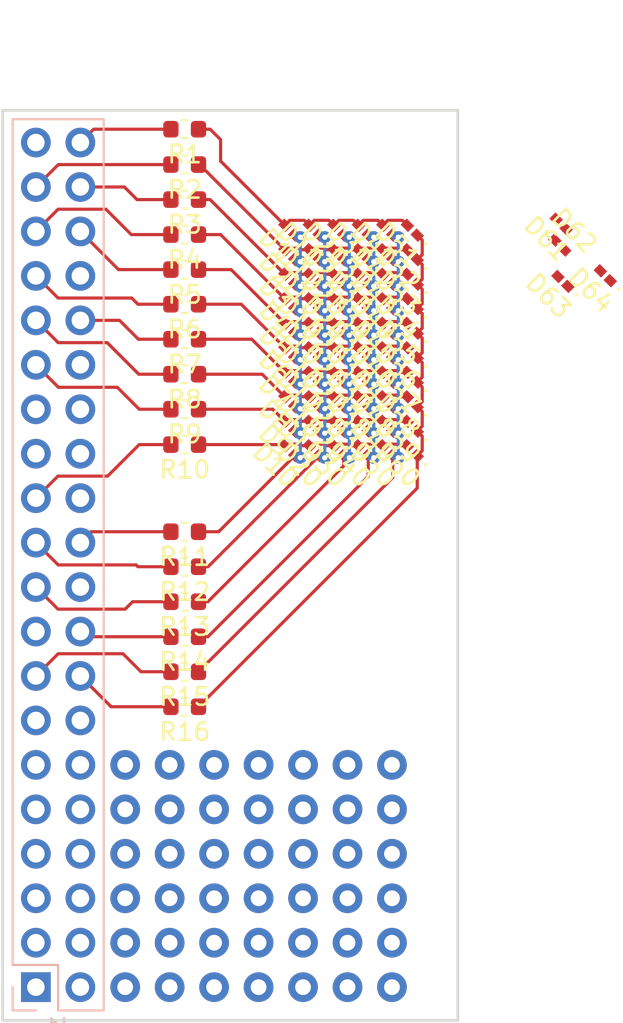
<source format=kicad_pcb>
(kicad_pcb (version 20171130) (host pcbnew 5.0.2-bee76a0~70~ubuntu18.04.1)
  (layers (0 F.Cu signal) (31 B.Cu signal) (34 B.Paste user hide) (35 F.Paste user) (36 B.SilkS user hide) (37 F.SilkS user hide) (38 B.Mask user) (39 F.Mask user hide) (44 Edge.Cuts user))
  (net 0 "")
  (net 1 /col_4)
  (net 2 /col_5)
  (net 3 /col_3)
  (net 4 /col_2)
  (net 5 /col_1)
  (net 6 /col_0)
  (net 7 /row_9)
  (net 8 /row_8)
  (net 9 /row_6)
  (net 10 /row_7)
  (net 11 /row_5)
  (net 12 /row_3)
  (net 13 /row_4)
  (net 14 /row_1)
  (net 15 /row_2)
  (net 16 /row_0)
  (net 17 /r_0)
  (net 18 /r_1)
  (net 19 /r_2)
  (net 20 /r_3)
  (net 21 /r_4)
  (net 22 /r_5)
  (net 23 /r_6)
  (net 24 /r_7)
  (net 25 /r_8)
  (net 26 /r_9)
  (net 27 /c_0)
  (net 28 /c_1)
  (net 29 /c_2)
  (net 30 /c_3)
  (net 31 /c_4)
  (net 32 /c_5)
  (net 33 "Net-(D61-Pad1)")
  (net 34 "Net-(D61-Pad2)")
  (net 35 "Net-(D62-Pad2)")
  (net 36 "Net-(D63-Pad1)")
  (module Connector_PinHeader_2.54mm:PinHeader_2x20_P2.54mm_Vertical (layer B.Cu) (at 95 131.5)
    (fp_text reference J1 (at 1.27 2.33) (layer B.SilkS) (effects (justify mirror)))
    (fp_text value Conn_02x20_Odd_Even)
    (pad 1 thru_hole rect (at 0 0) (size 1.7 1.7) (drill 1) (layers *.Cu *.Mask))
    (pad 2 thru_hole oval (at 2.54 0) (size 1.7 1.7) (drill 1) (layers *.Cu *.Mask))
    (pad 3 thru_hole oval (at 0 -2.54) (size 1.7 1.7) (drill 1) (layers *.Cu *.Mask))
    (pad 4 thru_hole oval (at 2.54 -2.54) (size 1.7 1.7) (drill 1) (layers *.Cu *.Mask))
    (pad 5 thru_hole oval (at 0 -5.08) (size 1.7 1.7) (drill 1) (layers *.Cu *.Mask))
    (pad 6 thru_hole oval (at 2.54 -5.08) (size 1.7 1.7) (drill 1) (layers *.Cu *.Mask))
    (pad 7 thru_hole oval (at 0 -7.62) (size 1.7 1.7) (drill 1) (layers *.Cu *.Mask))
    (pad 8 thru_hole oval (at 2.54 -7.62) (size 1.7 1.7) (drill 1) (layers *.Cu *.Mask))
    (pad 9 thru_hole oval (at 0 -10.16) (size 1.7 1.7) (drill 1) (layers *.Cu *.Mask))
    (pad 10 thru_hole oval (at 2.54 -10.16) (size 1.7 1.7) (drill 1) (layers *.Cu *.Mask))
    (pad 11 thru_hole oval (at 0 -12.7) (size 1.7 1.7) (drill 1) (layers *.Cu *.Mask))
    (pad 12 thru_hole oval (at 2.54 -12.7) (size 1.7 1.7) (drill 1) (layers *.Cu *.Mask))
    (pad 13 thru_hole oval (at 0 -15.24) (size 1.7 1.7) (drill 1) (layers *.Cu *.Mask))
    (pad 14 thru_hole oval (at 2.54 -15.24) (size 1.7 1.7) (drill 1) (layers *.Cu *.Mask))
    (pad 15 thru_hole oval (at 0 -17.78) (size 1.7 1.7) (drill 1) (layers *.Cu *.Mask) (net 1 /col_4))
    (pad 16 thru_hole oval (at 2.54 -17.78) (size 1.7 1.7) (drill 1) (layers *.Cu *.Mask) (net 2 /col_5))
    (pad 17 thru_hole oval (at 0 -20.32) (size 1.7 1.7) (drill 1) (layers *.Cu *.Mask))
    (pad 18 thru_hole oval (at 2.54 -20.32) (size 1.7 1.7) (drill 1) (layers *.Cu *.Mask) (net 3 /col_3))
    (pad 19 thru_hole oval (at 0 -22.86) (size 1.7 1.7) (drill 1) (layers *.Cu *.Mask) (net 4 /col_2))
    (pad 20 thru_hole oval (at 2.54 -22.86) (size 1.7 1.7) (drill 1) (layers *.Cu *.Mask))
    (pad 21 thru_hole oval (at 0 -25.4) (size 1.7 1.7) (drill 1) (layers *.Cu *.Mask) (net 5 /col_1))
    (pad 22 thru_hole oval (at 2.54 -25.4) (size 1.7 1.7) (drill 1) (layers *.Cu *.Mask) (net 6 /col_0))
    (pad 23 thru_hole oval (at 0 -27.94) (size 1.7 1.7) (drill 1) (layers *.Cu *.Mask) (net 7 /row_9))
    (pad 24 thru_hole oval (at 2.54 -27.94) (size 1.7 1.7) (drill 1) (layers *.Cu *.Mask))
    (pad 25 thru_hole oval (at 0 -30.48) (size 1.7 1.7) (drill 1) (layers *.Cu *.Mask))
    (pad 26 thru_hole oval (at 2.54 -30.48) (size 1.7 1.7) (drill 1) (layers *.Cu *.Mask))
    (pad 27 thru_hole oval (at 0 -33.02) (size 1.7 1.7) (drill 1) (layers *.Cu *.Mask))
    (pad 28 thru_hole oval (at 2.54 -33.02) (size 1.7 1.7) (drill 1) (layers *.Cu *.Mask))
    (pad 29 thru_hole oval (at 0 -35.56) (size 1.7 1.7) (drill 1) (layers *.Cu *.Mask) (net 8 /row_8))
    (pad 30 thru_hole oval (at 2.54 -35.56) (size 1.7 1.7) (drill 1) (layers *.Cu *.Mask))
    (pad 31 thru_hole oval (at 0 -38.1) (size 1.7 1.7) (drill 1) (layers *.Cu *.Mask) (net 10 /row_7))
    (pad 32 thru_hole oval (at 2.54 -38.1) (size 1.7 1.7) (drill 1) (layers *.Cu *.Mask) (net 9 /row_6))
    (pad 33 thru_hole oval (at 0 -40.64) (size 1.7 1.7) (drill 1) (layers *.Cu *.Mask) (net 11 /row_5))
    (pad 34 thru_hole oval (at 2.54 -40.64) (size 1.7 1.7) (drill 1) (layers *.Cu *.Mask))
    (pad 35 thru_hole oval (at 0 -43.18) (size 1.7 1.7) (drill 1) (layers *.Cu *.Mask) (net 12 /row_3))
    (pad 36 thru_hole oval (at 2.54 -43.18) (size 1.7 1.7) (drill 1) (layers *.Cu *.Mask) (net 13 /row_4))
    (pad 37 thru_hole oval (at 0 -45.72) (size 1.7 1.7) (drill 1) (layers *.Cu *.Mask) (net 14 /row_1))
    (pad 38 thru_hole oval (at 2.54 -45.72) (size 1.7 1.7) (drill 1) (layers *.Cu *.Mask) (net 15 /row_2))
    (pad 39 thru_hole oval (at 0 -48.26) (size 1.7 1.7) (drill 1) (layers *.Cu *.Mask))
    (pad 40 thru_hole oval (at 2.54 -48.26) (size 1.7 1.7) (drill 1) (layers *.Cu *.Mask) (net 16 /row_0))
  )
  (module Resistor_SMD:R_0603_1608Metric (layer F.Cu) (at 103.5 82.478189 180)
    (fp_text reference R1 (at 0 -1.43 180) (layer F.SilkS))
    (fp_text value 100R)
    (pad 1 smd roundrect (at -0.7875 0 180) (size 0.875 0.95) (layers F.Cu F.Paste F.Mask) (net 17 /r_0))
    (pad 2 smd roundrect (at 0.7875 0 180) (size 0.875 0.95) (layers F.Cu F.Paste F.Mask) (net 16 /row_0))
  )
  (module Resistor_SMD:R_0603_1608Metric (layer F.Cu) (at 103.5 84.5 180)
    (fp_text reference R2 (at 0 -1.43 180) (layer F.SilkS))
    (fp_text value 100R)
    (pad 2 smd roundrect (at 0.7875 0 180) (size 0.875 0.95) (layers F.Cu F.Paste F.Mask) (net 14 /row_1))
    (pad 1 smd roundrect (at -0.7875 0 180) (size 0.875 0.95) (layers F.Cu F.Paste F.Mask) (net 18 /r_1))
  )
  (module Resistor_SMD:R_0603_1608Metric (layer F.Cu) (at 103.5 86.5 180)
    (fp_text reference R3 (at 0 -1.43 180) (layer F.SilkS))
    (fp_text value 100R)
    (pad 1 smd roundrect (at -0.7875 0 180) (size 0.875 0.95) (layers F.Cu F.Paste F.Mask) (net 19 /r_2))
    (pad 2 smd roundrect (at 0.7875 0 180) (size 0.875 0.95) (layers F.Cu F.Paste F.Mask) (net 15 /row_2))
  )
  (module Resistor_SMD:R_0603_1608Metric (layer F.Cu) (at 103.5 88.5 180)
    (fp_text reference R4 (at 0 -1.43 180) (layer F.SilkS))
    (fp_text value 100R)
    (pad 1 smd roundrect (at -0.7875 0 180) (size 0.875 0.95) (layers F.Cu F.Paste F.Mask) (net 20 /r_3))
    (pad 2 smd roundrect (at 0.7875 0 180) (size 0.875 0.95) (layers F.Cu F.Paste F.Mask) (net 12 /row_3))
  )
  (module Resistor_SMD:R_0603_1608Metric (layer F.Cu) (at 103.5 90.5 180)
    (fp_text reference R5 (at 0 -1.43 180) (layer F.SilkS))
    (fp_text value 100R)
    (pad 2 smd roundrect (at 0.7875 0 180) (size 0.875 0.95) (layers F.Cu F.Paste F.Mask) (net 13 /row_4))
    (pad 1 smd roundrect (at -0.7875 0 180) (size 0.875 0.95) (layers F.Cu F.Paste F.Mask) (net 21 /r_4))
  )
  (module Resistor_SMD:R_0603_1608Metric (layer F.Cu) (at 103.5 92.478189 180)
    (fp_text reference R6 (at 0 -1.43 180) (layer F.SilkS))
    (fp_text value 100R)
    (pad 1 smd roundrect (at -0.7875 0 180) (size 0.875 0.95) (layers F.Cu F.Paste F.Mask) (net 22 /r_5))
    (pad 2 smd roundrect (at 0.7875 0 180) (size 0.875 0.95) (layers F.Cu F.Paste F.Mask) (net 11 /row_5))
  )
  (module Resistor_SMD:R_0603_1608Metric (layer F.Cu) (at 103.5 94.478189 180)
    (fp_text reference R7 (at 0 -1.43 180) (layer F.SilkS))
    (fp_text value 100R)
    (pad 2 smd roundrect (at 0.7875 0 180) (size 0.875 0.95) (layers F.Cu F.Paste F.Mask) (net 9 /row_6))
    (pad 1 smd roundrect (at -0.7875 0 180) (size 0.875 0.95) (layers F.Cu F.Paste F.Mask) (net 23 /r_6))
  )
  (module Resistor_SMD:R_0603_1608Metric (layer F.Cu) (at 103.5 96.478189 180)
    (fp_text reference R8 (at 0 -1.43 180) (layer F.SilkS))
    (fp_text value 100R)
    (pad 1 smd roundrect (at -0.7875 0 180) (size 0.875 0.95) (layers F.Cu F.Paste F.Mask) (net 24 /r_7))
    (pad 2 smd roundrect (at 0.7875 0 180) (size 0.875 0.95) (layers F.Cu F.Paste F.Mask) (net 10 /row_7))
  )
  (module Resistor_SMD:R_0603_1608Metric (layer F.Cu) (at 103.5 98.478189 180)
    (fp_text reference R9 (at 0 -1.43 180) (layer F.SilkS))
    (fp_text value 100R)
    (pad 2 smd roundrect (at 0.7875 0 180) (size 0.875 0.95) (layers F.Cu F.Paste F.Mask) (net 8 /row_8))
    (pad 1 smd roundrect (at -0.7875 0 180) (size 0.875 0.95) (layers F.Cu F.Paste F.Mask) (net 25 /r_8))
  )
  (module Resistor_SMD:R_0603_1608Metric (layer F.Cu) (at 103.5 100.5 180)
    (fp_text reference R10 (at 0 -1.43 180) (layer F.SilkS))
    (fp_text value 100R)
    (pad 1 smd roundrect (at -0.7875 0 180) (size 0.875 0.95) (layers F.Cu F.Paste F.Mask) (net 26 /r_9))
    (pad 2 smd roundrect (at 0.7875 0 180) (size 0.875 0.95) (layers F.Cu F.Paste F.Mask) (net 7 /row_9))
  )
  (module Resistor_SMD:R_0603_1608Metric (layer F.Cu) (at 103.5 105.478189 180)
    (fp_text reference R11 (at 0 -1.43 180) (layer F.SilkS))
    (fp_text value 100R)
    (pad 2 smd roundrect (at 0.7875 0 180) (size 0.875 0.95) (layers F.Cu F.Paste F.Mask) (net 6 /col_0))
    (pad 1 smd roundrect (at -0.7875 0 180) (size 0.875 0.95) (layers F.Cu F.Paste F.Mask) (net 27 /c_0))
  )
  (module Resistor_SMD:R_0603_1608Metric (layer F.Cu) (at 103.5 107.478189 180)
    (fp_text reference R12 (at 0 -1.43 180) (layer F.SilkS))
    (fp_text value 100R)
    (pad 2 smd roundrect (at 0.7875 0 180) (size 0.875 0.95) (layers F.Cu F.Paste F.Mask) (net 5 /col_1))
    (pad 1 smd roundrect (at -0.7875 0 180) (size 0.875 0.95) (layers F.Cu F.Paste F.Mask) (net 28 /c_1))
  )
  (module Resistor_SMD:R_0603_1608Metric (layer F.Cu) (at 103.5 109.478189 180)
    (fp_text reference R13 (at 0 -1.43 180) (layer F.SilkS))
    (fp_text value 100R)
    (pad 1 smd roundrect (at -0.7875 0 180) (size 0.875 0.95) (layers F.Cu F.Paste F.Mask) (net 29 /c_2))
    (pad 2 smd roundrect (at 0.7875 0 180) (size 0.875 0.95) (layers F.Cu F.Paste F.Mask) (net 4 /col_2))
  )
  (module Resistor_SMD:R_0603_1608Metric (layer F.Cu) (at 103.5 111.478189 180)
    (fp_text reference R14 (at 0 -1.43 180) (layer F.SilkS))
    (fp_text value 100R)
    (pad 2 smd roundrect (at 0.7875 0 180) (size 0.875 0.95) (layers F.Cu F.Paste F.Mask) (net 3 /col_3))
    (pad 1 smd roundrect (at -0.7875 0 180) (size 0.875 0.95) (layers F.Cu F.Paste F.Mask) (net 30 /c_3))
  )
  (module Resistor_SMD:R_0603_1608Metric (layer F.Cu) (at 103.5 113.478189 180)
    (fp_text reference R15 (at 0 -1.43 180) (layer F.SilkS))
    (fp_text value 100R)
    (pad 1 smd roundrect (at -0.7875 0 180) (size 0.875 0.95) (layers F.Cu F.Paste F.Mask) (net 31 /c_4))
    (pad 2 smd roundrect (at 0.7875 0 180) (size 0.875 0.95) (layers F.Cu F.Paste F.Mask) (net 1 /col_4))
  )
  (module Resistor_SMD:R_0603_1608Metric (layer F.Cu) (at 103.5 115.478189 180)
    (fp_text reference R16 (at 0 -1.43 180) (layer F.SilkS))
    (fp_text value 100R)
    (pad 2 smd roundrect (at 0.7875 0 180) (size 0.875 0.95) (layers F.Cu F.Paste F.Mask) (net 2 /col_5))
    (pad 1 smd roundrect (at -0.7875 0 180) (size 0.875 0.95) (layers F.Cu F.Paste F.Mask) (net 32 /c_5))
  )
  (module custom_LED_footprint:LED_0402_1005Metric (layer F.Cu) (at 109.5 88.25 135)
    (fp_text reference D1 (at 0 -1.17 135) (layer F.SilkS))
    (fp_text value LED)
    (pad 2 smd rect (at 0.4 0 135) (size 0.6 0.5) (layers F.Cu F.Paste F.Mask) (net 17 /r_0))
    (pad 1 smd rect (at -0.4 0 135) (size 0.6 0.5) (layers F.Cu F.Paste F.Mask) (net 27 /c_0))
  )
  (module custom_LED_footprint:LED_0402_1005Metric (layer F.Cu) (at 109.5 89.65 135)
    (fp_text reference D2 (at 0 -1.17 135) (layer F.SilkS))
    (fp_text value LED)
    (pad 1 smd rect (at -0.4 0 135) (size 0.6 0.5) (layers F.Cu F.Paste F.Mask) (net 27 /c_0))
    (pad 2 smd rect (at 0.4 0 135) (size 0.6 0.5) (layers F.Cu F.Paste F.Mask) (net 18 /r_1))
  )
  (module custom_LED_footprint:LED_0402_1005Metric (layer F.Cu) (at 109.5 91.05 135)
    (fp_text reference D3 (at 0 -1.17 135) (layer F.SilkS))
    (fp_text value LED)
    (pad 1 smd rect (at -0.4 0 135) (size 0.6 0.5) (layers F.Cu F.Paste F.Mask) (net 27 /c_0))
    (pad 2 smd rect (at 0.4 0 135) (size 0.6 0.5) (layers F.Cu F.Paste F.Mask) (net 19 /r_2))
  )
  (module custom_LED_footprint:LED_0402_1005Metric (layer F.Cu) (at 109.5 92.45 135)
    (fp_text reference D4 (at 0 -1.17 135) (layer F.SilkS))
    (fp_text value LED)
    (pad 2 smd rect (at 0.4 0 135) (size 0.6 0.5) (layers F.Cu F.Paste F.Mask) (net 20 /r_3))
    (pad 1 smd rect (at -0.4 0 135) (size 0.6 0.5) (layers F.Cu F.Paste F.Mask) (net 27 /c_0))
  )
  (module custom_LED_footprint:LED_0402_1005Metric (layer F.Cu) (at 109.5 93.85 135)
    (fp_text reference D5 (at 0 -1.17 135) (layer F.SilkS))
    (fp_text value LED)
    (pad 1 smd rect (at -0.4 0 135) (size 0.6 0.5) (layers F.Cu F.Paste F.Mask) (net 27 /c_0))
    (pad 2 smd rect (at 0.4 0 135) (size 0.6 0.5) (layers F.Cu F.Paste F.Mask) (net 21 /r_4))
  )
  (module custom_LED_footprint:LED_0402_1005Metric (layer F.Cu) (at 109.5 95.25 135)
    (fp_text reference D6 (at 0 -1.17 135) (layer F.SilkS))
    (fp_text value LED)
    (pad 2 smd rect (at 0.4 0 135) (size 0.6 0.5) (layers F.Cu F.Paste F.Mask) (net 22 /r_5))
    (pad 1 smd rect (at -0.4 0 135) (size 0.6 0.5) (layers F.Cu F.Paste F.Mask) (net 27 /c_0))
  )
  (module custom_LED_footprint:LED_0402_1005Metric (layer F.Cu) (at 109.5 96.65 135)
    (fp_text reference D7 (at 0 -1.17 135) (layer F.SilkS))
    (fp_text value LED)
    (pad 1 smd rect (at -0.4 0 135) (size 0.6 0.5) (layers F.Cu F.Paste F.Mask) (net 27 /c_0))
    (pad 2 smd rect (at 0.4 0 135) (size 0.6 0.5) (layers F.Cu F.Paste F.Mask) (net 23 /r_6))
  )
  (module custom_LED_footprint:LED_0402_1005Metric (layer F.Cu) (at 109.5 98.05 135)
    (fp_text reference D8 (at 0 -1.17 135) (layer F.SilkS))
    (fp_text value LED)
    (pad 1 smd rect (at -0.4 0 135) (size 0.6 0.5) (layers F.Cu F.Paste F.Mask) (net 27 /c_0))
    (pad 2 smd rect (at 0.4 0 135) (size 0.6 0.5) (layers F.Cu F.Paste F.Mask) (net 24 /r_7))
  )
  (module custom_LED_footprint:LED_0402_1005Metric (layer F.Cu) (at 109.5 99.45 135)
    (fp_text reference D9 (at 0 -1.17 135) (layer F.SilkS))
    (fp_text value LED)
    (pad 1 smd rect (at -0.4 0 135) (size 0.6 0.5) (layers F.Cu F.Paste F.Mask) (net 27 /c_0))
    (pad 2 smd rect (at 0.4 0 135) (size 0.6 0.5) (layers F.Cu F.Paste F.Mask) (net 25 /r_8))
  )
  (module custom_LED_footprint:LED_0402_1005Metric (layer F.Cu) (at 109.5 100.85 135)
    (fp_text reference D10 (at 0 -1.17 135) (layer F.SilkS))
    (fp_text value LED)
    (pad 1 smd rect (at -0.4 0 135) (size 0.6 0.5) (layers F.Cu F.Paste F.Mask) (net 27 /c_0))
    (pad 2 smd rect (at 0.4 0 135) (size 0.6 0.5) (layers F.Cu F.Paste F.Mask) (net 26 /r_9))
  )
  (module custom_LED_footprint:LED_0402_1005Metric (layer F.Cu) (at 110.9 88.25 135)
    (fp_text reference D11 (at 0 -1.17 135) (layer F.SilkS))
    (fp_text value LED)
    (pad 2 smd rect (at 0.4 0 135) (size 0.6 0.5) (layers F.Cu F.Paste F.Mask) (net 17 /r_0))
    (pad 1 smd rect (at -0.4 0 135) (size 0.6 0.5) (layers F.Cu F.Paste F.Mask) (net 28 /c_1))
  )
  (module custom_LED_footprint:LED_0402_1005Metric (layer F.Cu) (at 110.9 89.65 135)
    (fp_text reference D12 (at 0 -1.17 135) (layer F.SilkS))
    (fp_text value LED)
    (pad 2 smd rect (at 0.4 0 135) (size 0.6 0.5) (layers F.Cu F.Paste F.Mask) (net 18 /r_1))
    (pad 1 smd rect (at -0.4 0 135) (size 0.6 0.5) (layers F.Cu F.Paste F.Mask) (net 28 /c_1))
  )
  (module custom_LED_footprint:LED_0402_1005Metric (layer F.Cu) (at 110.9 91.05 135)
    (fp_text reference D13 (at 0 -1.17 135) (layer F.SilkS))
    (fp_text value LED)
    (pad 2 smd rect (at 0.4 0 135) (size 0.6 0.5) (layers F.Cu F.Paste F.Mask) (net 19 /r_2))
    (pad 1 smd rect (at -0.4 0 135) (size 0.6 0.5) (layers F.Cu F.Paste F.Mask) (net 28 /c_1))
  )
  (module custom_LED_footprint:LED_0402_1005Metric (layer F.Cu) (at 110.9 92.45 135)
    (fp_text reference D14 (at 0 -1.17 135) (layer F.SilkS))
    (fp_text value LED)
    (pad 2 smd rect (at 0.4 0 135) (size 0.6 0.5) (layers F.Cu F.Paste F.Mask) (net 20 /r_3))
    (pad 1 smd rect (at -0.4 0 135) (size 0.6 0.5) (layers F.Cu F.Paste F.Mask) (net 28 /c_1))
  )
  (module custom_LED_footprint:LED_0402_1005Metric (layer F.Cu) (at 110.9 93.85 135)
    (fp_text reference D15 (at 0 -1.17 135) (layer F.SilkS))
    (fp_text value LED)
    (pad 2 smd rect (at 0.4 0 135) (size 0.6 0.5) (layers F.Cu F.Paste F.Mask) (net 21 /r_4))
    (pad 1 smd rect (at -0.4 0 135) (size 0.6 0.5) (layers F.Cu F.Paste F.Mask) (net 28 /c_1))
  )
  (module custom_LED_footprint:LED_0402_1005Metric (layer F.Cu) (at 110.9 95.25 135)
    (fp_text reference D16 (at 0 -1.17 135) (layer F.SilkS))
    (fp_text value LED)
    (pad 2 smd rect (at 0.4 0 135) (size 0.6 0.5) (layers F.Cu F.Paste F.Mask) (net 22 /r_5))
    (pad 1 smd rect (at -0.4 0 135) (size 0.6 0.5) (layers F.Cu F.Paste F.Mask) (net 28 /c_1))
  )
  (module custom_LED_footprint:LED_0402_1005Metric (layer F.Cu) (at 110.9 96.65 135)
    (fp_text reference D17 (at 0 -1.17 135) (layer F.SilkS))
    (fp_text value LED)
    (pad 2 smd rect (at 0.4 0 135) (size 0.6 0.5) (layers F.Cu F.Paste F.Mask) (net 23 /r_6))
    (pad 1 smd rect (at -0.4 0 135) (size 0.6 0.5) (layers F.Cu F.Paste F.Mask) (net 28 /c_1))
  )
  (module custom_LED_footprint:LED_0402_1005Metric (layer F.Cu) (at 110.9 98.05 135)
    (fp_text reference D18 (at 0 -1.17 135) (layer F.SilkS))
    (fp_text value LED)
    (pad 2 smd rect (at 0.4 0 135) (size 0.6 0.5) (layers F.Cu F.Paste F.Mask) (net 24 /r_7))
    (pad 1 smd rect (at -0.4 0 135) (size 0.6 0.5) (layers F.Cu F.Paste F.Mask) (net 28 /c_1))
  )
  (module custom_LED_footprint:LED_0402_1005Metric (layer F.Cu) (at 110.9 99.45 135)
    (fp_text reference D19 (at 0 -1.17 135) (layer F.SilkS))
    (fp_text value LED)
    (pad 2 smd rect (at 0.4 0 135) (size 0.6 0.5) (layers F.Cu F.Paste F.Mask) (net 25 /r_8))
    (pad 1 smd rect (at -0.4 0 135) (size 0.6 0.5) (layers F.Cu F.Paste F.Mask) (net 28 /c_1))
  )
  (module custom_LED_footprint:LED_0402_1005Metric (layer F.Cu) (at 110.9 100.85 135)
    (fp_text reference D20 (at 0 -1.17 135) (layer F.SilkS))
    (fp_text value LED)
    (pad 2 smd rect (at 0.4 0 135) (size 0.6 0.5) (layers F.Cu F.Paste F.Mask) (net 26 /r_9))
    (pad 1 smd rect (at -0.4 0 135) (size 0.6 0.5) (layers F.Cu F.Paste F.Mask) (net 28 /c_1))
  )
  (module custom_LED_footprint:LED_0402_1005Metric (layer F.Cu) (at 112.3 88.25 135)
    (fp_text reference D21 (at 0 -1.17 135) (layer F.SilkS))
    (fp_text value LED)
    (pad 1 smd rect (at -0.4 0 135) (size 0.6 0.5) (layers F.Cu F.Paste F.Mask) (net 29 /c_2))
    (pad 2 smd rect (at 0.4 0 135) (size 0.6 0.5) (layers F.Cu F.Paste F.Mask) (net 17 /r_0))
  )
  (module custom_LED_footprint:LED_0402_1005Metric (layer F.Cu) (at 112.3 89.65 135)
    (fp_text reference D22 (at 0 -1.17 135) (layer F.SilkS))
    (fp_text value LED)
    (pad 1 smd rect (at -0.4 0 135) (size 0.6 0.5) (layers F.Cu F.Paste F.Mask) (net 29 /c_2))
    (pad 2 smd rect (at 0.4 0 135) (size 0.6 0.5) (layers F.Cu F.Paste F.Mask) (net 18 /r_1))
  )
  (module custom_LED_footprint:LED_0402_1005Metric (layer F.Cu) (at 112.3 91.05 135)
    (fp_text reference D23 (at 0 -1.17 135) (layer F.SilkS))
    (fp_text value LED)
    (pad 1 smd rect (at -0.4 0 135) (size 0.6 0.5) (layers F.Cu F.Paste F.Mask) (net 29 /c_2))
    (pad 2 smd rect (at 0.4 0 135) (size 0.6 0.5) (layers F.Cu F.Paste F.Mask) (net 19 /r_2))
  )
  (module custom_LED_footprint:LED_0402_1005Metric (layer F.Cu) (at 112.3 92.45 135)
    (fp_text reference D24 (at 0 -1.17 135) (layer F.SilkS))
    (fp_text value LED)
    (pad 1 smd rect (at -0.4 0 135) (size 0.6 0.5) (layers F.Cu F.Paste F.Mask) (net 29 /c_2))
    (pad 2 smd rect (at 0.4 0 135) (size 0.6 0.5) (layers F.Cu F.Paste F.Mask) (net 20 /r_3))
  )
  (module custom_LED_footprint:LED_0402_1005Metric (layer F.Cu) (at 112.3 93.85 135)
    (fp_text reference D25 (at 0 -1.17 135) (layer F.SilkS))
    (fp_text value LED)
    (pad 1 smd rect (at -0.4 0 135) (size 0.6 0.5) (layers F.Cu F.Paste F.Mask) (net 29 /c_2))
    (pad 2 smd rect (at 0.4 0 135) (size 0.6 0.5) (layers F.Cu F.Paste F.Mask) (net 21 /r_4))
  )
  (module custom_LED_footprint:LED_0402_1005Metric (layer F.Cu) (at 112.3 95.25 135)
    (fp_text reference D26 (at 0 -1.17 135) (layer F.SilkS))
    (fp_text value LED)
    (pad 1 smd rect (at -0.4 0 135) (size 0.6 0.5) (layers F.Cu F.Paste F.Mask) (net 29 /c_2))
    (pad 2 smd rect (at 0.4 0 135) (size 0.6 0.5) (layers F.Cu F.Paste F.Mask) (net 22 /r_5))
  )
  (module custom_LED_footprint:LED_0402_1005Metric (layer F.Cu) (at 112.3 96.65 135)
    (fp_text reference D27 (at 0 -1.17 135) (layer F.SilkS))
    (fp_text value LED)
    (pad 1 smd rect (at -0.4 0 135) (size 0.6 0.5) (layers F.Cu F.Paste F.Mask) (net 29 /c_2))
    (pad 2 smd rect (at 0.4 0 135) (size 0.6 0.5) (layers F.Cu F.Paste F.Mask) (net 23 /r_6))
  )
  (module custom_LED_footprint:LED_0402_1005Metric (layer F.Cu) (at 112.3 98.05 135)
    (fp_text reference D28 (at 0 -1.17 135) (layer F.SilkS))
    (fp_text value LED)
    (pad 1 smd rect (at -0.4 0 135) (size 0.6 0.5) (layers F.Cu F.Paste F.Mask) (net 29 /c_2))
    (pad 2 smd rect (at 0.4 0 135) (size 0.6 0.5) (layers F.Cu F.Paste F.Mask) (net 24 /r_7))
  )
  (module custom_LED_footprint:LED_0402_1005Metric (layer F.Cu) (at 112.3 99.45 135)
    (fp_text reference D29 (at 0 -1.17 135) (layer F.SilkS))
    (fp_text value LED)
    (pad 1 smd rect (at -0.4 0 135) (size 0.6 0.5) (layers F.Cu F.Paste F.Mask) (net 29 /c_2))
    (pad 2 smd rect (at 0.4 0 135) (size 0.6 0.5) (layers F.Cu F.Paste F.Mask) (net 25 /r_8))
  )
  (module custom_LED_footprint:LED_0402_1005Metric (layer F.Cu) (at 112.3 100.85 135)
    (fp_text reference D30 (at 0 -1.17 135) (layer F.SilkS))
    (fp_text value LED)
    (pad 1 smd rect (at -0.4 0 135) (size 0.6 0.5) (layers F.Cu F.Paste F.Mask) (net 29 /c_2))
    (pad 2 smd rect (at 0.4 0 135) (size 0.6 0.5) (layers F.Cu F.Paste F.Mask) (net 26 /r_9))
  )
  (module custom_LED_footprint:LED_0402_1005Metric (layer F.Cu) (at 113.7 88.25 135)
    (fp_text reference D31 (at 0 -1.17 135) (layer F.SilkS))
    (fp_text value LED)
    (pad 2 smd rect (at 0.4 0 135) (size 0.6 0.5) (layers F.Cu F.Paste F.Mask) (net 17 /r_0))
    (pad 1 smd rect (at -0.4 0 135) (size 0.6 0.5) (layers F.Cu F.Paste F.Mask) (net 30 /c_3))
  )
  (module custom_LED_footprint:LED_0402_1005Metric (layer F.Cu) (at 113.7 89.65 135)
    (fp_text reference D32 (at 0 -1.17 135) (layer F.SilkS))
    (fp_text value LED)
    (pad 2 smd rect (at 0.4 0 135) (size 0.6 0.5) (layers F.Cu F.Paste F.Mask) (net 18 /r_1))
    (pad 1 smd rect (at -0.4 0 135) (size 0.6 0.5) (layers F.Cu F.Paste F.Mask) (net 30 /c_3))
  )
  (module custom_LED_footprint:LED_0402_1005Metric (layer F.Cu) (at 113.7 91.05 135)
    (fp_text reference D33 (at 0 -1.17 135) (layer F.SilkS))
    (fp_text value LED)
    (pad 1 smd rect (at -0.4 0 135) (size 0.6 0.5) (layers F.Cu F.Paste F.Mask) (net 30 /c_3))
    (pad 2 smd rect (at 0.4 0 135) (size 0.6 0.5) (layers F.Cu F.Paste F.Mask) (net 19 /r_2))
  )
  (module custom_LED_footprint:LED_0402_1005Metric (layer F.Cu) (at 113.7 92.45 135)
    (fp_text reference D34 (at 0 -1.17 135) (layer F.SilkS))
    (fp_text value LED)
    (pad 2 smd rect (at 0.4 0 135) (size 0.6 0.5) (layers F.Cu F.Paste F.Mask) (net 20 /r_3))
    (pad 1 smd rect (at -0.4 0 135) (size 0.6 0.5) (layers F.Cu F.Paste F.Mask) (net 30 /c_3))
  )
  (module custom_LED_footprint:LED_0402_1005Metric (layer F.Cu) (at 113.7 93.85 135)
    (fp_text reference D35 (at 0 -1.17 135) (layer F.SilkS))
    (fp_text value LED)
    (pad 2 smd rect (at 0.4 0 135) (size 0.6 0.5) (layers F.Cu F.Paste F.Mask) (net 21 /r_4))
    (pad 1 smd rect (at -0.4 0 135) (size 0.6 0.5) (layers F.Cu F.Paste F.Mask) (net 30 /c_3))
  )
  (module custom_LED_footprint:LED_0402_1005Metric (layer F.Cu) (at 113.7 95.25 135)
    (fp_text reference D36 (at 0 -1.17 135) (layer F.SilkS))
    (fp_text value LED)
    (pad 2 smd rect (at 0.4 0 135) (size 0.6 0.5) (layers F.Cu F.Paste F.Mask) (net 22 /r_5))
    (pad 1 smd rect (at -0.4 0 135) (size 0.6 0.5) (layers F.Cu F.Paste F.Mask) (net 30 /c_3))
  )
  (module custom_LED_footprint:LED_0402_1005Metric (layer F.Cu) (at 113.7 96.65 135)
    (fp_text reference D37 (at 0 -1.17 135) (layer F.SilkS))
    (fp_text value LED)
    (pad 2 smd rect (at 0.4 0 135) (size 0.6 0.5) (layers F.Cu F.Paste F.Mask) (net 23 /r_6))
    (pad 1 smd rect (at -0.4 0 135) (size 0.6 0.5) (layers F.Cu F.Paste F.Mask) (net 30 /c_3))
  )
  (module custom_LED_footprint:LED_0402_1005Metric (layer F.Cu) (at 113.7 98.05 135)
    (fp_text reference D38 (at 0 -1.17 135) (layer F.SilkS))
    (fp_text value LED)
    (pad 1 smd rect (at -0.4 0 135) (size 0.6 0.5) (layers F.Cu F.Paste F.Mask) (net 30 /c_3))
    (pad 2 smd rect (at 0.4 0 135) (size 0.6 0.5) (layers F.Cu F.Paste F.Mask) (net 24 /r_7))
  )
  (module custom_LED_footprint:LED_0402_1005Metric (layer F.Cu) (at 113.7 99.45 135)
    (fp_text reference D39 (at 0 -1.17 135) (layer F.SilkS))
    (fp_text value LED)
    (pad 2 smd rect (at 0.4 0 135) (size 0.6 0.5) (layers F.Cu F.Paste F.Mask) (net 25 /r_8))
    (pad 1 smd rect (at -0.4 0 135) (size 0.6 0.5) (layers F.Cu F.Paste F.Mask) (net 30 /c_3))
  )
  (module custom_LED_footprint:LED_0402_1005Metric (layer F.Cu) (at 113.7 100.85 135)
    (fp_text reference D40 (at 0 -1.17 135) (layer F.SilkS))
    (fp_text value LED)
    (pad 2 smd rect (at 0.4 0 135) (size 0.6 0.5) (layers F.Cu F.Paste F.Mask) (net 26 /r_9))
    (pad 1 smd rect (at -0.4 0 135) (size 0.6 0.5) (layers F.Cu F.Paste F.Mask) (net 30 /c_3))
  )
  (module custom_LED_footprint:LED_0402_1005Metric (layer F.Cu) (at 115.1 88.25 135)
    (fp_text reference D41 (at 0 -1.17 135) (layer F.SilkS))
    (fp_text value LED)
    (pad 1 smd rect (at -0.4 0 135) (size 0.6 0.5) (layers F.Cu F.Paste F.Mask) (net 31 /c_4))
    (pad 2 smd rect (at 0.4 0 135) (size 0.6 0.5) (layers F.Cu F.Paste F.Mask) (net 17 /r_0))
  )
  (module custom_LED_footprint:LED_0402_1005Metric (layer F.Cu) (at 115.1 89.65 135)
    (fp_text reference D42 (at 0 -1.17 135) (layer F.SilkS))
    (fp_text value LED)
    (pad 1 smd rect (at -0.4 0 135) (size 0.6 0.5) (layers F.Cu F.Paste F.Mask) (net 31 /c_4))
    (pad 2 smd rect (at 0.4 0 135) (size 0.6 0.5) (layers F.Cu F.Paste F.Mask) (net 18 /r_1))
  )
  (module custom_LED_footprint:LED_0402_1005Metric (layer F.Cu) (at 115.1 91.05 135)
    (fp_text reference D43 (at 0 -1.17 135) (layer F.SilkS))
    (fp_text value LED)
    (pad 2 smd rect (at 0.4 0 135) (size 0.6 0.5) (layers F.Cu F.Paste F.Mask) (net 19 /r_2))
    (pad 1 smd rect (at -0.4 0 135) (size 0.6 0.5) (layers F.Cu F.Paste F.Mask) (net 31 /c_4))
  )
  (module custom_LED_footprint:LED_0402_1005Metric (layer F.Cu) (at 115.1 92.45 135)
    (fp_text reference D44 (at 0 -1.17 135) (layer F.SilkS))
    (fp_text value LED)
    (pad 1 smd rect (at -0.4 0 135) (size 0.6 0.5) (layers F.Cu F.Paste F.Mask) (net 31 /c_4))
    (pad 2 smd rect (at 0.4 0 135) (size 0.6 0.5) (layers F.Cu F.Paste F.Mask) (net 20 /r_3))
  )
  (module custom_LED_footprint:LED_0402_1005Metric (layer F.Cu) (at 115.1 93.85 135)
    (fp_text reference D45 (at 0 -1.17 135) (layer F.SilkS))
    (fp_text value LED)
    (pad 1 smd rect (at -0.4 0 135) (size 0.6 0.5) (layers F.Cu F.Paste F.Mask) (net 31 /c_4))
    (pad 2 smd rect (at 0.4 0 135) (size 0.6 0.5) (layers F.Cu F.Paste F.Mask) (net 21 /r_4))
  )
  (module custom_LED_footprint:LED_0402_1005Metric (layer F.Cu) (at 115.1 95.25 135)
    (fp_text reference D46 (at 0 -1.17 135) (layer F.SilkS))
    (fp_text value LED)
    (pad 1 smd rect (at -0.4 0 135) (size 0.6 0.5) (layers F.Cu F.Paste F.Mask) (net 31 /c_4))
    (pad 2 smd rect (at 0.4 0 135) (size 0.6 0.5) (layers F.Cu F.Paste F.Mask) (net 22 /r_5))
  )
  (module custom_LED_footprint:LED_0402_1005Metric (layer F.Cu) (at 115.1 96.65 135)
    (fp_text reference D47 (at 0 -1.17 135) (layer F.SilkS))
    (fp_text value LED)
    (pad 1 smd rect (at -0.4 0 135) (size 0.6 0.5) (layers F.Cu F.Paste F.Mask) (net 31 /c_4))
    (pad 2 smd rect (at 0.4 0 135) (size 0.6 0.5) (layers F.Cu F.Paste F.Mask) (net 23 /r_6))
  )
  (module custom_LED_footprint:LED_0402_1005Metric (layer F.Cu) (at 115.1 98.05 135)
    (fp_text reference D48 (at 0 -1.17 135) (layer F.SilkS))
    (fp_text value LED)
    (pad 1 smd rect (at -0.4 0 135) (size 0.6 0.5) (layers F.Cu F.Paste F.Mask) (net 31 /c_4))
    (pad 2 smd rect (at 0.4 0 135) (size 0.6 0.5) (layers F.Cu F.Paste F.Mask) (net 24 /r_7))
  )
  (module custom_LED_footprint:LED_0402_1005Metric (layer F.Cu) (at 115.1 99.45 135)
    (fp_text reference D49 (at 0 -1.17 135) (layer F.SilkS))
    (fp_text value LED)
    (pad 1 smd rect (at -0.4 0 135) (size 0.6 0.5) (layers F.Cu F.Paste F.Mask) (net 31 /c_4))
    (pad 2 smd rect (at 0.4 0 135) (size 0.6 0.5) (layers F.Cu F.Paste F.Mask) (net 25 /r_8))
  )
  (module custom_LED_footprint:LED_0402_1005Metric (layer F.Cu) (at 115.1 100.85 135)
    (fp_text reference D50 (at 0 -1.17 135) (layer F.SilkS))
    (fp_text value LED)
    (pad 1 smd rect (at -0.4 0 135) (size 0.6 0.5) (layers F.Cu F.Paste F.Mask) (net 31 /c_4))
    (pad 2 smd rect (at 0.4 0 135) (size 0.6 0.5) (layers F.Cu F.Paste F.Mask) (net 26 /r_9))
  )
  (module custom_LED_footprint:LED_0402_1005Metric (layer F.Cu) (at 116.5 88.25 135)
    (fp_text reference D51 (at 0 -1.17 135) (layer F.SilkS))
    (fp_text value LED)
    (pad 2 smd rect (at 0.4 0 135) (size 0.6 0.5) (layers F.Cu F.Paste F.Mask) (net 17 /r_0))
    (pad 1 smd rect (at -0.4 0 135) (size 0.6 0.5) (layers F.Cu F.Paste F.Mask) (net 32 /c_5))
  )
  (module custom_LED_footprint:LED_0402_1005Metric (layer F.Cu) (at 116.5 89.65 135)
    (fp_text reference D52 (at 0 -1.17 135) (layer F.SilkS))
    (fp_text value LED)
    (pad 2 smd rect (at 0.4 0 135) (size 0.6 0.5) (layers F.Cu F.Paste F.Mask) (net 18 /r_1))
    (pad 1 smd rect (at -0.4 0 135) (size 0.6 0.5) (layers F.Cu F.Paste F.Mask) (net 32 /c_5))
  )
  (module custom_LED_footprint:LED_0402_1005Metric (layer F.Cu) (at 116.5 91.05 135)
    (fp_text reference D53 (at 0 -1.17 135) (layer F.SilkS))
    (fp_text value LED)
    (pad 2 smd rect (at 0.4 0 135) (size 0.6 0.5) (layers F.Cu F.Paste F.Mask) (net 19 /r_2))
    (pad 1 smd rect (at -0.4 0 135) (size 0.6 0.5) (layers F.Cu F.Paste F.Mask) (net 32 /c_5))
  )
  (module custom_LED_footprint:LED_0402_1005Metric (layer F.Cu) (at 116.5 92.45 135)
    (fp_text reference D54 (at 0 -1.17 135) (layer F.SilkS))
    (fp_text value LED)
    (pad 2 smd rect (at 0.4 0 135) (size 0.6 0.5) (layers F.Cu F.Paste F.Mask) (net 20 /r_3))
    (pad 1 smd rect (at -0.4 0 135) (size 0.6 0.5) (layers F.Cu F.Paste F.Mask) (net 32 /c_5))
  )
  (module custom_LED_footprint:LED_0402_1005Metric (layer F.Cu) (at 116.5 93.85 135)
    (fp_text reference D55 (at 0 -1.17 135) (layer F.SilkS))
    (fp_text value LED)
    (pad 1 smd rect (at -0.4 0 135) (size 0.6 0.5) (layers F.Cu F.Paste F.Mask) (net 32 /c_5))
    (pad 2 smd rect (at 0.4 0 135) (size 0.6 0.5) (layers F.Cu F.Paste F.Mask) (net 21 /r_4))
  )
  (module custom_LED_footprint:LED_0402_1005Metric (layer F.Cu) (at 116.5 95.25 135)
    (fp_text reference D56 (at 0 -1.17 135) (layer F.SilkS))
    (fp_text value LED)
    (pad 2 smd rect (at 0.4 0 135) (size 0.6 0.5) (layers F.Cu F.Paste F.Mask) (net 22 /r_5))
    (pad 1 smd rect (at -0.4 0 135) (size 0.6 0.5) (layers F.Cu F.Paste F.Mask) (net 32 /c_5))
  )
  (module custom_LED_footprint:LED_0402_1005Metric (layer F.Cu) (at 116.5 96.65 135)
    (fp_text reference D57 (at 0 -1.17 135) (layer F.SilkS))
    (fp_text value LED)
    (pad 2 smd rect (at 0.4 0 135) (size 0.6 0.5) (layers F.Cu F.Paste F.Mask) (net 23 /r_6))
    (pad 1 smd rect (at -0.4 0 135) (size 0.6 0.5) (layers F.Cu F.Paste F.Mask) (net 32 /c_5))
  )
  (module custom_LED_footprint:LED_0402_1005Metric (layer F.Cu) (at 116.5 98.05 135)
    (fp_text reference D58 (at 0 -1.17 135) (layer F.SilkS))
    (fp_text value LED)
    (pad 2 smd rect (at 0.4 0 135) (size 0.6 0.5) (layers F.Cu F.Paste F.Mask) (net 24 /r_7))
    (pad 1 smd rect (at -0.4 0 135) (size 0.6 0.5) (layers F.Cu F.Paste F.Mask) (net 32 /c_5))
  )
  (module custom_LED_footprint:LED_0402_1005Metric (layer F.Cu) (at 116.5 99.45 135)
    (fp_text reference D59 (at 0 -1.17 135) (layer F.SilkS))
    (fp_text value LED)
    (pad 2 smd rect (at 0.4 0 135) (size 0.6 0.5) (layers F.Cu F.Paste F.Mask) (net 25 /r_8))
    (pad 1 smd rect (at -0.4 0 135) (size 0.6 0.5) (layers F.Cu F.Paste F.Mask) (net 32 /c_5))
  )
  (module custom_LED_footprint:LED_0402_1005Metric (layer F.Cu) (at 116.5 100.85 135)
    (fp_text reference D60 (at 0 -1.17 135) (layer F.SilkS))
    (fp_text value LED)
    (pad 2 smd rect (at 0.4 0 135) (size 0.6 0.5) (layers F.Cu F.Paste F.Mask) (net 26 /r_9))
    (pad 1 smd rect (at -0.4 0 135) (size 0.6 0.5) (layers F.Cu F.Paste F.Mask) (net 32 /c_5))
  )
  (module custom_LED_footprint:LED_0402_1005Metric (layer F.Cu) (at 125 87.9 135)
    (fp_text reference D61 (at 0 -1.17 135) (layer F.SilkS))
    (fp_text value LED)
    (pad 1 smd rect (at -0.4 0 135) (size 0.6 0.5) (layers F.Cu F.Paste F.Mask) (net 33 "Net-(D61-Pad1)"))
    (pad 2 smd rect (at 0.4 0 135) (size 0.6 0.5) (layers F.Cu F.Paste F.Mask) (net 34 "Net-(D61-Pad2)"))
  )
  (module custom_LED_footprint:LED_0402_1005Metric (layer F.Cu) (at 124.925 89.1 315)
    (fp_text reference D62 (at 0 -1.17 315) (layer F.SilkS))
    (fp_text value LED)
    (pad 1 smd rect (at -0.4 0 315) (size 0.6 0.5) (layers F.Cu F.Paste F.Mask) (net 33 "Net-(D61-Pad1)"))
    (pad 2 smd rect (at 0.4 0 315) (size 0.6 0.5) (layers F.Cu F.Paste F.Mask) (net 35 "Net-(D62-Pad2)"))
  )
  (module custom_LED_footprint:LED_0402_1005Metric (layer F.Cu) (at 125.1 91.175 135)
    (fp_text reference D63 (at 0 -1.17 135) (layer F.SilkS))
    (fp_text value LED)
    (pad 2 smd rect (at 0.4 0 135) (size 0.6 0.5) (layers F.Cu F.Paste F.Mask) (net 34 "Net-(D61-Pad2)"))
    (pad 1 smd rect (at -0.4 0 135) (size 0.6 0.5) (layers F.Cu F.Paste F.Mask) (net 36 "Net-(D63-Pad1)"))
  )
  (module custom_LED_footprint:LED_0402_1005Metric (layer F.Cu) (at 127.525 90.85 135)
    (fp_text reference D64 (at 0 -1.17 135) (layer F.SilkS))
    (fp_text value LED)
    (pad 2 smd rect (at 0.4 0 135) (size 0.6 0.5) (layers F.Cu F.Paste F.Mask) (net 35 "Net-(D62-Pad2)"))
    (pad 1 smd rect (at -0.4 0 135) (size 0.6 0.5) (layers F.Cu F.Paste F.Mask) (net 36 "Net-(D63-Pad1)"))
  )
  (gr_line (start 93.1 133.4) (end 93.1 81.4) (layer Edge.Cuts) (width 0.15))
  (gr_line (start 119.1 133.4) (end 93.1 133.4) (layer Edge.Cuts) (width 0.15))
  (gr_line (start 119.1 81.4) (end 119.1 133.4) (layer Edge.Cuts) (width 0.15))
  (gr_line (start 93.1 81.4) (end 119.1 81.4) (layer Edge.Cuts) (width 0.15))
  (via (at 102.64 118.8) (size 1.7) (drill 0.9) (layers F.Cu B.Cu) (net 0))
  (via (at 105.18 118.8) (size 1.7) (drill 0.9) (layers F.Cu B.Cu) (net 0))
  (via (at 107.72 118.8) (size 1.7) (drill 0.9) (layers F.Cu B.Cu) (net 0))
  (via (at 110.26 118.8) (size 1.7) (drill 0.9) (layers F.Cu B.Cu) (net 0))
  (via (at 112.8 118.8) (size 1.7) (drill 0.9) (layers F.Cu B.Cu) (net 0))
  (via (at 115.34 118.8) (size 1.7) (drill 0.9) (layers F.Cu B.Cu) (net 0))
  (via (at 100.1 121.34) (size 1.7) (drill 0.9) (layers F.Cu B.Cu) (net 0))
  (via (at 102.64 121.34) (size 1.7) (drill 0.9) (layers F.Cu B.Cu) (net 0))
  (via (at 105.18 121.34) (size 1.7) (drill 0.9) (layers F.Cu B.Cu) (net 0))
  (via (at 107.72 121.34) (size 1.7) (drill 0.9) (layers F.Cu B.Cu) (net 0))
  (via (at 110.26 121.34) (size 1.7) (drill 0.9) (layers F.Cu B.Cu) (net 0))
  (via (at 112.8 121.34) (size 1.7) (drill 0.9) (layers F.Cu B.Cu) (net 0))
  (via (at 115.34 121.34) (size 1.7) (drill 0.9) (layers F.Cu B.Cu) (net 0))
  (via (at 100.1 123.88) (size 1.7) (drill 0.9) (layers F.Cu B.Cu) (net 0))
  (via (at 102.64 123.88) (size 1.7) (drill 0.9) (layers F.Cu B.Cu) (net 0))
  (via (at 105.18 123.88) (size 1.7) (drill 0.9) (layers F.Cu B.Cu) (net 0))
  (via (at 107.72 123.88) (size 1.7) (drill 0.9) (layers F.Cu B.Cu) (net 0))
  (via (at 110.26 123.88) (size 1.7) (drill 0.9) (layers F.Cu B.Cu) (net 0))
  (via (at 112.8 123.88) (size 1.7) (drill 0.9) (layers F.Cu B.Cu) (net 0))
  (via (at 115.34 123.88) (size 1.7) (drill 0.9) (layers F.Cu B.Cu) (net 0))
  (via (at 100.1 126.42) (size 1.7) (drill 0.9) (layers F.Cu B.Cu) (net 0))
  (via (at 102.64 126.42) (size 1.7) (drill 0.9) (layers F.Cu B.Cu) (net 0))
  (via (at 105.18 126.42) (size 1.7) (drill 0.9) (layers F.Cu B.Cu) (net 0))
  (via (at 107.72 126.42) (size 1.7) (drill 0.9) (layers F.Cu B.Cu) (net 0))
  (via (at 110.26 126.42) (size 1.7) (drill 0.9) (layers F.Cu B.Cu) (net 0))
  (via (at 112.8 126.42) (size 1.7) (drill 0.9) (layers F.Cu B.Cu) (net 0))
  (via (at 115.34 126.42) (size 1.7) (drill 0.9) (layers F.Cu B.Cu) (net 0))
  (via (at 100.1 128.96) (size 1.7) (drill 0.9) (layers F.Cu B.Cu) (net 0))
  (via (at 102.64 128.96) (size 1.7) (drill 0.9) (layers F.Cu B.Cu) (net 0))
  (via (at 105.18 128.96) (size 1.7) (drill 0.9) (layers F.Cu B.Cu) (net 0))
  (via (at 107.72 128.96) (size 1.7) (drill 0.9) (layers F.Cu B.Cu) (net 0))
  (via (at 110.26 128.96) (size 1.7) (drill 0.9) (layers F.Cu B.Cu) (net 0))
  (via (at 112.8 128.96) (size 1.7) (drill 0.9) (layers F.Cu B.Cu) (net 0))
  (via (at 115.34 128.96) (size 1.7) (drill 0.9) (layers F.Cu B.Cu) (net 0))
  (via (at 100.1 131.5) (size 1.7) (drill 0.9) (layers F.Cu B.Cu) (net 0))
  (via (at 102.64 131.5) (size 1.7) (drill 0.9) (layers F.Cu B.Cu) (net 0))
  (via (at 105.18 131.5) (size 1.7) (drill 0.9) (layers F.Cu B.Cu) (net 0))
  (via (at 107.72 131.5) (size 1.7) (drill 0.9) (layers F.Cu B.Cu) (net 0))
  (via (at 110.26 131.5) (size 1.7) (drill 0.9) (layers F.Cu B.Cu) (net 0))
  (via (at 112.8 131.5) (size 1.7) (drill 0.9) (layers F.Cu B.Cu) (net 0))
  (via (at 115.34 131.5) (size 1.7) (drill 0.9) (layers F.Cu B.Cu) (net 0))
  (via (at 100.1 118.8) (size 1.7) (drill 0.9) (layers F.Cu B.Cu) (net 0))
  (segment (start 99.975 112.45) (end 101.003189 113.478189) (width 0.18) (layer F.Cu) (net 1))
  (segment (start 101.003189 113.478189) (end 102.7125 113.478189) (width 0.18) (layer F.Cu) (net 1))
  (segment (start 95 113.72) (end 96.27 112.45) (width 0.18) (layer F.Cu) (net 1))
  (segment (start 96.27 112.45) (end 99.975 112.45) (width 0.18) (layer F.Cu) (net 1))
  (segment (start 99.298189 115.478189) (end 102.7125 115.478189) (width 0.18) (layer F.Cu) (net 2))
  (segment (start 97.54 113.72) (end 99.298189 115.478189) (width 0.18) (layer F.Cu) (net 2))
  (segment (start 97.838189 111.478189) (end 97.54 111.18) (width 0.18) (layer F.Cu) (net 3))
  (segment (start 102.7125 111.478189) (end 97.838189 111.478189) (width 0.18) (layer F.Cu) (net 3))
  (segment (start 95 108.64) (end 96.26 109.9) (width 0.18) (layer F.Cu) (net 4))
  (segment (start 96.26 109.9) (end 100.1 109.9) (width 0.18) (layer F.Cu) (net 4))
  (segment (start 100.521811 109.478189) (end 102.7125 109.478189) (width 0.18) (layer F.Cu) (net 4))
  (segment (start 100.1 109.9) (end 100.521811 109.478189) (width 0.18) (layer F.Cu) (net 4))
  (segment (start 95 106.1) (end 96.275 107.375) (width 0.18) (layer F.Cu) (net 5))
  (segment (start 96.275 107.375) (end 100.725 107.375) (width 0.18) (layer F.Cu) (net 5))
  (segment (start 100.828189 107.478189) (end 102.7125 107.478189) (width 0.18) (layer F.Cu) (net 5))
  (segment (start 100.725 107.375) (end 100.828189 107.478189) (width 0.18) (layer F.Cu) (net 5))
  (segment (start 98.161811 105.478189) (end 97.54 106.1) (width 0.18) (layer F.Cu) (net 6))
  (segment (start 102.7125 105.478189) (end 98.161811 105.478189) (width 0.18) (layer F.Cu) (net 6))
  (segment (start 99.1 102.3) (end 100.9 100.5) (width 0.18) (layer F.Cu) (net 7))
  (segment (start 95 103.56) (end 96.26 102.3) (width 0.18) (layer F.Cu) (net 7))
  (segment (start 100.9 100.5) (end 102.7125 100.5) (width 0.18) (layer F.Cu) (net 7))
  (segment (start 96.26 102.3) (end 99.1 102.3) (width 0.18) (layer F.Cu) (net 7))
  (segment (start 100.903189 98.478189) (end 102.7125 98.478189) (width 0.18) (layer F.Cu) (net 8))
  (segment (start 99.65 97.225) (end 100.903189 98.478189) (width 0.18) (layer F.Cu) (net 8))
  (segment (start 95 95.94) (end 96.285 97.225) (width 0.18) (layer F.Cu) (net 8))
  (segment (start 96.285 97.225) (end 99.65 97.225) (width 0.18) (layer F.Cu) (net 8))
  (segment (start 100.853189 94.478189) (end 102.7125 94.478189) (width 0.18) (layer F.Cu) (net 9))
  (segment (start 97.54 93.4) (end 99.775 93.4) (width 0.18) (layer F.Cu) (net 9))
  (segment (start 99.775 93.4) (end 100.853189 94.478189) (width 0.18) (layer F.Cu) (net 9))
  (segment (start 95 93.4) (end 96.275 94.675) (width 0.18) (layer F.Cu) (net 10))
  (segment (start 96.275 94.675) (end 99.075 94.675) (width 0.18) (layer F.Cu) (net 10))
  (segment (start 100.878189 96.478189) (end 102.7125 96.478189) (width 0.18) (layer F.Cu) (net 10))
  (segment (start 99.075 94.675) (end 100.878189 96.478189) (width 0.18) (layer F.Cu) (net 10))
  (segment (start 95 90.86) (end 96.265 92.125) (width 0.18) (layer F.Cu) (net 11))
  (segment (start 96.265 92.125) (end 100.475 92.125) (width 0.18) (layer F.Cu) (net 11))
  (segment (start 100.828189 92.478189) (end 102.7125 92.478189) (width 0.18) (layer F.Cu) (net 11))
  (segment (start 100.475 92.125) (end 100.828189 92.478189) (width 0.18) (layer F.Cu) (net 11))
  (segment (start 102.7125 88.5) (end 100.45 88.5) (width 0.18) (layer F.Cu) (net 12))
  (segment (start 100.45 88.5) (end 99 87.05) (width 0.18) (layer F.Cu) (net 12))
  (segment (start 96.27 87.05) (end 95 88.32) (width 0.18) (layer F.Cu) (net 12))
  (segment (start 99 87.05) (end 96.27 87.05) (width 0.18) (layer F.Cu) (net 12))
  (segment (start 99.72 90.5) (end 97.54 88.32) (width 0.18) (layer F.Cu) (net 13))
  (segment (start 102.7125 90.5) (end 99.72 90.5) (width 0.18) (layer F.Cu) (net 13))
  (segment (start 96.28 84.5) (end 95 85.78) (width 0.18) (layer F.Cu) (net 14))
  (segment (start 102.7125 84.5) (end 96.28 84.5) (width 0.18) (layer F.Cu) (net 14))
  (segment (start 102.7125 86.5) (end 100.775 86.5) (width 0.18) (layer F.Cu) (net 15))
  (segment (start 100.055 85.78) (end 97.54 85.78) (width 0.18) (layer F.Cu) (net 15))
  (segment (start 100.775 86.5) (end 100.055 85.78) (width 0.18) (layer F.Cu) (net 15))
  (segment (start 98.301811 82.478189) (end 97.54 83.24) (width 0.18) (layer F.Cu) (net 16))
  (segment (start 102.7125 82.478189) (end 98.301811 82.478189) (width 0.18) (layer F.Cu) (net 16))
  (segment (start 109.499999 87.684315) (end 110.334315 87.684315) (width 0.18) (layer F.Cu) (net 17))
  (segment (start 110.334315 87.684315) (end 110.617157 87.967157) (width 0.18) (layer F.Cu) (net 17))
  (segment (start 109.217157 87.967157) (end 109.499999 87.684315) (width 0.18) (layer F.Cu) (net 17))
  (segment (start 111.734315 87.684315) (end 112.017157 87.967157) (width 0.18) (layer F.Cu) (net 17))
  (segment (start 110.899999 87.684315) (end 111.734315 87.684315) (width 0.18) (layer F.Cu) (net 17))
  (segment (start 110.617157 87.967157) (end 110.899999 87.684315) (width 0.18) (layer F.Cu) (net 17))
  (segment (start 113.134315 87.684315) (end 113.417157 87.967157) (width 0.18) (layer F.Cu) (net 17))
  (segment (start 112.299999 87.684315) (end 113.134315 87.684315) (width 0.18) (layer F.Cu) (net 17))
  (segment (start 112.017157 87.967157) (end 112.299999 87.684315) (width 0.18) (layer F.Cu) (net 17))
  (segment (start 114.534315 87.684315) (end 114.817157 87.967157) (width 0.18) (layer F.Cu) (net 17))
  (segment (start 113.699999 87.684315) (end 114.534315 87.684315) (width 0.18) (layer F.Cu) (net 17))
  (segment (start 113.417157 87.967157) (end 113.699999 87.684315) (width 0.18) (layer F.Cu) (net 17))
  (segment (start 115.934315 87.684315) (end 116.217157 87.967157) (width 0.18) (layer F.Cu) (net 17))
  (segment (start 115.099999 87.684315) (end 115.934315 87.684315) (width 0.18) (layer F.Cu) (net 17))
  (segment (start 114.817157 87.967157) (end 115.099999 87.684315) (width 0.18) (layer F.Cu) (net 17))
  (segment (start 104.2875 82.478189) (end 104.953189 82.478189) (width 0.18) (layer F.Cu) (net 17))
  (segment (start 109.217157 87.967157) (end 105.55 84.3) (width 0.18) (layer F.Cu) (net 17))
  (segment (start 105.55 83.075) (end 104.953189 82.478189) (width 0.18) (layer F.Cu) (net 17))
  (segment (start 105.55 84.3) (end 105.55 83.075) (width 0.18) (layer F.Cu) (net 17))
  (segment (start 109.31039 89.273924) (end 109.217157 89.367157) (width 0.18) (layer F.Cu) (net 18))
  (segment (start 110.07037 89.273924) (end 109.31039 89.273924) (width 0.18) (layer F.Cu) (net 18))
  (segment (start 110.163603 89.367157) (end 110.07037 89.273924) (width 0.18) (layer F.Cu) (net 18))
  (segment (start 110.617157 89.367157) (end 110.163603 89.367157) (width 0.18) (layer F.Cu) (net 18))
  (segment (start 110.71039 89.273924) (end 110.617157 89.367157) (width 0.18) (layer F.Cu) (net 18))
  (segment (start 111.47037 89.273924) (end 110.71039 89.273924) (width 0.18) (layer F.Cu) (net 18))
  (segment (start 111.563603 89.367157) (end 111.47037 89.273924) (width 0.18) (layer F.Cu) (net 18))
  (segment (start 112.017157 89.367157) (end 111.563603 89.367157) (width 0.18) (layer F.Cu) (net 18))
  (segment (start 112.11039 89.273924) (end 112.017157 89.367157) (width 0.18) (layer F.Cu) (net 18))
  (segment (start 112.87037 89.273924) (end 112.11039 89.273924) (width 0.18) (layer F.Cu) (net 18))
  (segment (start 112.963603 89.367157) (end 112.87037 89.273924) (width 0.18) (layer F.Cu) (net 18))
  (segment (start 113.417157 89.367157) (end 112.963603 89.367157) (width 0.18) (layer F.Cu) (net 18))
  (segment (start 114.363603 89.367157) (end 114.27037 89.273924) (width 0.18) (layer F.Cu) (net 18))
  (segment (start 113.51039 89.273924) (end 113.417157 89.367157) (width 0.18) (layer F.Cu) (net 18))
  (segment (start 114.27037 89.273924) (end 113.51039 89.273924) (width 0.18) (layer F.Cu) (net 18))
  (segment (start 114.817157 89.367157) (end 114.363603 89.367157) (width 0.18) (layer F.Cu) (net 18))
  (segment (start 114.91039 89.273924) (end 114.817157 89.367157) (width 0.18) (layer F.Cu) (net 18))
  (segment (start 115.67037 89.273924) (end 114.91039 89.273924) (width 0.18) (layer F.Cu) (net 18))
  (segment (start 115.763603 89.367157) (end 115.67037 89.273924) (width 0.18) (layer F.Cu) (net 18))
  (segment (start 116.217157 89.367157) (end 115.763603 89.367157) (width 0.18) (layer F.Cu) (net 18))
  (segment (start 104.35 84.5) (end 104.2875 84.5) (width 0.18) (layer F.Cu) (net 18))
  (segment (start 109.217157 89.367157) (end 104.35 84.5) (width 0.18) (layer F.Cu) (net 18))
  (segment (start 110.163603 90.767157) (end 110.617157 90.767157) (width 0.18) (layer F.Cu) (net 19))
  (segment (start 110.07037 90.673924) (end 110.163603 90.767157) (width 0.18) (layer F.Cu) (net 19))
  (segment (start 109.31039 90.673924) (end 110.07037 90.673924) (width 0.18) (layer F.Cu) (net 19))
  (segment (start 109.217157 90.767157) (end 109.31039 90.673924) (width 0.18) (layer F.Cu) (net 19))
  (segment (start 110.71039 90.673924) (end 110.617157 90.767157) (width 0.18) (layer F.Cu) (net 19))
  (segment (start 111.47037 90.673924) (end 110.71039 90.673924) (width 0.18) (layer F.Cu) (net 19))
  (segment (start 111.563603 90.767157) (end 111.47037 90.673924) (width 0.18) (layer F.Cu) (net 19))
  (segment (start 112.017157 90.767157) (end 111.563603 90.767157) (width 0.18) (layer F.Cu) (net 19))
  (segment (start 112.11039 90.673924) (end 112.017157 90.767157) (width 0.18) (layer F.Cu) (net 19))
  (segment (start 112.87037 90.673924) (end 112.11039 90.673924) (width 0.18) (layer F.Cu) (net 19))
  (segment (start 112.963603 90.767157) (end 112.87037 90.673924) (width 0.18) (layer F.Cu) (net 19))
  (segment (start 113.417157 90.767157) (end 112.963603 90.767157) (width 0.18) (layer F.Cu) (net 19))
  (segment (start 113.51039 90.673924) (end 113.417157 90.767157) (width 0.18) (layer F.Cu) (net 19))
  (segment (start 114.27037 90.673924) (end 113.51039 90.673924) (width 0.18) (layer F.Cu) (net 19))
  (segment (start 114.363603 90.767157) (end 114.27037 90.673924) (width 0.18) (layer F.Cu) (net 19))
  (segment (start 114.817157 90.767157) (end 114.363603 90.767157) (width 0.18) (layer F.Cu) (net 19))
  (segment (start 114.91039 90.673924) (end 114.817157 90.767157) (width 0.18) (layer F.Cu) (net 19))
  (segment (start 115.67037 90.673924) (end 114.91039 90.673924) (width 0.18) (layer F.Cu) (net 19))
  (segment (start 115.763603 90.767157) (end 115.67037 90.673924) (width 0.18) (layer F.Cu) (net 19))
  (segment (start 116.217157 90.767157) (end 115.763603 90.767157) (width 0.18) (layer F.Cu) (net 19))
  (segment (start 104.95 86.5) (end 104.2875 86.5) (width 0.18) (layer F.Cu) (net 19))
  (segment (start 109.217157 90.767157) (end 104.95 86.5) (width 0.18) (layer F.Cu) (net 19))
  (segment (start 110.163603 92.167157) (end 110.617157 92.167157) (width 0.18) (layer F.Cu) (net 20))
  (segment (start 110.07037 92.073924) (end 110.163603 92.167157) (width 0.18) (layer F.Cu) (net 20))
  (segment (start 109.31039 92.073924) (end 110.07037 92.073924) (width 0.18) (layer F.Cu) (net 20))
  (segment (start 109.217157 92.167157) (end 109.31039 92.073924) (width 0.18) (layer F.Cu) (net 20))
  (segment (start 110.71039 92.073924) (end 110.617157 92.167157) (width 0.18) (layer F.Cu) (net 20))
  (segment (start 111.47037 92.073924) (end 110.71039 92.073924) (width 0.18) (layer F.Cu) (net 20))
  (segment (start 111.563603 92.167157) (end 111.47037 92.073924) (width 0.18) (layer F.Cu) (net 20))
  (segment (start 112.017157 92.167157) (end 111.563603 92.167157) (width 0.18) (layer F.Cu) (net 20))
  (segment (start 112.11039 92.073924) (end 112.017157 92.167157) (width 0.18) (layer F.Cu) (net 20))
  (segment (start 112.87037 92.073924) (end 112.11039 92.073924) (width 0.18) (layer F.Cu) (net 20))
  (segment (start 112.963603 92.167157) (end 112.87037 92.073924) (width 0.18) (layer F.Cu) (net 20))
  (segment (start 113.417157 92.167157) (end 112.963603 92.167157) (width 0.18) (layer F.Cu) (net 20))
  (segment (start 113.51039 92.073924) (end 113.417157 92.167157) (width 0.18) (layer F.Cu) (net 20))
  (segment (start 114.27037 92.073924) (end 113.51039 92.073924) (width 0.18) (layer F.Cu) (net 20))
  (segment (start 114.363603 92.167157) (end 114.27037 92.073924) (width 0.18) (layer F.Cu) (net 20))
  (segment (start 114.817157 92.167157) (end 114.363603 92.167157) (width 0.18) (layer F.Cu) (net 20))
  (segment (start 114.91039 92.073924) (end 114.817157 92.167157) (width 0.18) (layer F.Cu) (net 20))
  (segment (start 115.67037 92.073924) (end 114.91039 92.073924) (width 0.18) (layer F.Cu) (net 20))
  (segment (start 115.763603 92.167157) (end 115.67037 92.073924) (width 0.18) (layer F.Cu) (net 20))
  (segment (start 116.217157 92.167157) (end 115.763603 92.167157) (width 0.18) (layer F.Cu) (net 20))
  (segment (start 105.55 88.5) (end 104.2875 88.5) (width 0.18) (layer F.Cu) (net 20))
  (segment (start 109.217157 92.167157) (end 105.55 88.5) (width 0.18) (layer F.Cu) (net 20))
  (segment (start 109.31039 93.473924) (end 109.217157 93.567157) (width 0.18) (layer F.Cu) (net 21))
  (segment (start 110.07037 93.473924) (end 109.31039 93.473924) (width 0.18) (layer F.Cu) (net 21))
  (segment (start 110.163603 93.567157) (end 110.07037 93.473924) (width 0.18) (layer F.Cu) (net 21))
  (segment (start 110.617157 93.567157) (end 110.163603 93.567157) (width 0.18) (layer F.Cu) (net 21))
  (segment (start 110.71039 93.473924) (end 110.617157 93.567157) (width 0.18) (layer F.Cu) (net 21))
  (segment (start 111.47037 93.473924) (end 110.71039 93.473924) (width 0.18) (layer F.Cu) (net 21))
  (segment (start 111.563603 93.567157) (end 111.47037 93.473924) (width 0.18) (layer F.Cu) (net 21))
  (segment (start 112.017157 93.567157) (end 111.563603 93.567157) (width 0.18) (layer F.Cu) (net 21))
  (segment (start 112.963603 93.567157) (end 112.87037 93.473924) (width 0.18) (layer F.Cu) (net 21))
  (segment (start 112.11039 93.473924) (end 112.017157 93.567157) (width 0.18) (layer F.Cu) (net 21))
  (segment (start 112.87037 93.473924) (end 112.11039 93.473924) (width 0.18) (layer F.Cu) (net 21))
  (segment (start 113.417157 93.567157) (end 112.963603 93.567157) (width 0.18) (layer F.Cu) (net 21))
  (segment (start 113.51039 93.473924) (end 113.417157 93.567157) (width 0.18) (layer F.Cu) (net 21))
  (segment (start 114.27037 93.473924) (end 113.51039 93.473924) (width 0.18) (layer F.Cu) (net 21))
  (segment (start 114.363603 93.567157) (end 114.27037 93.473924) (width 0.18) (layer F.Cu) (net 21))
  (segment (start 114.817157 93.567157) (end 114.363603 93.567157) (width 0.18) (layer F.Cu) (net 21))
  (segment (start 114.91039 93.473924) (end 114.817157 93.567157) (width 0.18) (layer F.Cu) (net 21))
  (segment (start 115.67037 93.473924) (end 114.91039 93.473924) (width 0.18) (layer F.Cu) (net 21))
  (segment (start 115.763603 93.567157) (end 115.67037 93.473924) (width 0.18) (layer F.Cu) (net 21))
  (segment (start 116.217157 93.567157) (end 115.763603 93.567157) (width 0.18) (layer F.Cu) (net 21))
  (segment (start 106.15 90.5) (end 109.217157 93.567157) (width 0.18) (layer F.Cu) (net 21))
  (segment (start 104.2875 90.5) (end 106.15 90.5) (width 0.18) (layer F.Cu) (net 21))
  (segment (start 109.31039 94.873924) (end 109.217157 94.967157) (width 0.18) (layer F.Cu) (net 22))
  (segment (start 110.07037 94.873924) (end 109.31039 94.873924) (width 0.18) (layer F.Cu) (net 22))
  (segment (start 110.163603 94.967157) (end 110.07037 94.873924) (width 0.18) (layer F.Cu) (net 22))
  (segment (start 110.617157 94.967157) (end 110.163603 94.967157) (width 0.18) (layer F.Cu) (net 22))
  (segment (start 110.71039 94.873924) (end 110.617157 94.967157) (width 0.18) (layer F.Cu) (net 22))
  (segment (start 111.47037 94.873924) (end 110.71039 94.873924) (width 0.18) (layer F.Cu) (net 22))
  (segment (start 111.563603 94.967157) (end 111.47037 94.873924) (width 0.18) (layer F.Cu) (net 22))
  (segment (start 112.017157 94.967157) (end 111.563603 94.967157) (width 0.18) (layer F.Cu) (net 22))
  (segment (start 112.11039 94.873924) (end 112.017157 94.967157) (width 0.18) (layer F.Cu) (net 22))
  (segment (start 112.87037 94.873924) (end 112.11039 94.873924) (width 0.18) (layer F.Cu) (net 22))
  (segment (start 112.963603 94.967157) (end 112.87037 94.873924) (width 0.18) (layer F.Cu) (net 22))
  (segment (start 113.417157 94.967157) (end 112.963603 94.967157) (width 0.18) (layer F.Cu) (net 22))
  (segment (start 113.51039 94.873924) (end 113.417157 94.967157) (width 0.18) (layer F.Cu) (net 22))
  (segment (start 114.27037 94.873924) (end 113.51039 94.873924) (width 0.18) (layer F.Cu) (net 22))
  (segment (start 114.363603 94.967157) (end 114.27037 94.873924) (width 0.18) (layer F.Cu) (net 22))
  (segment (start 114.817157 94.967157) (end 114.363603 94.967157) (width 0.18) (layer F.Cu) (net 22))
  (segment (start 114.91039 94.873924) (end 114.817157 94.967157) (width 0.18) (layer F.Cu) (net 22))
  (segment (start 115.67037 94.873924) (end 114.91039 94.873924) (width 0.18) (layer F.Cu) (net 22))
  (segment (start 115.763603 94.967157) (end 115.67037 94.873924) (width 0.18) (layer F.Cu) (net 22))
  (segment (start 116.217157 94.967157) (end 115.763603 94.967157) (width 0.18) (layer F.Cu) (net 22))
  (segment (start 106.728189 92.478189) (end 109.217157 94.967157) (width 0.18) (layer F.Cu) (net 22))
  (segment (start 104.2875 92.478189) (end 106.728189 92.478189) (width 0.18) (layer F.Cu) (net 22))
  (segment (start 109.31039 96.273924) (end 109.217157 96.367157) (width 0.18) (layer F.Cu) (net 23))
  (segment (start 110.07037 96.273924) (end 109.31039 96.273924) (width 0.18) (layer F.Cu) (net 23))
  (segment (start 110.163603 96.367157) (end 110.07037 96.273924) (width 0.18) (layer F.Cu) (net 23))
  (segment (start 110.617157 96.367157) (end 110.163603 96.367157) (width 0.18) (layer F.Cu) (net 23))
  (segment (start 110.71039 96.273924) (end 110.617157 96.367157) (width 0.18) (layer F.Cu) (net 23))
  (segment (start 111.47037 96.273924) (end 110.71039 96.273924) (width 0.18) (layer F.Cu) (net 23))
  (segment (start 111.563603 96.367157) (end 111.47037 96.273924) (width 0.18) (layer F.Cu) (net 23))
  (segment (start 112.017157 96.367157) (end 111.563603 96.367157) (width 0.18) (layer F.Cu) (net 23))
  (segment (start 112.11039 96.273924) (end 112.017157 96.367157) (width 0.18) (layer F.Cu) (net 23))
  (segment (start 112.87037 96.273924) (end 112.11039 96.273924) (width 0.18) (layer F.Cu) (net 23))
  (segment (start 112.963603 96.367157) (end 112.87037 96.273924) (width 0.18) (layer F.Cu) (net 23))
  (segment (start 113.417157 96.367157) (end 112.963603 96.367157) (width 0.18) (layer F.Cu) (net 23))
  (segment (start 114.27037 96.273924) (end 113.51039 96.273924) (width 0.18) (layer F.Cu) (net 23))
  (segment (start 113.51039 96.273924) (end 113.417157 96.367157) (width 0.18) (layer F.Cu) (net 23))
  (segment (start 114.363603 96.367157) (end 114.27037 96.273924) (width 0.18) (layer F.Cu) (net 23))
  (segment (start 114.817157 96.367157) (end 114.363603 96.367157) (width 0.18) (layer F.Cu) (net 23))
  (segment (start 114.91039 96.273924) (end 114.817157 96.367157) (width 0.18) (layer F.Cu) (net 23))
  (segment (start 115.67037 96.273924) (end 114.91039 96.273924) (width 0.18) (layer F.Cu) (net 23))
  (segment (start 115.763603 96.367157) (end 115.67037 96.273924) (width 0.18) (layer F.Cu) (net 23))
  (segment (start 116.217157 96.367157) (end 115.763603 96.367157) (width 0.18) (layer F.Cu) (net 23))
  (segment (start 107.328189 94.478189) (end 109.217157 96.367157) (width 0.18) (layer F.Cu) (net 23))
  (segment (start 104.2875 94.478189) (end 107.328189 94.478189) (width 0.18) (layer F.Cu) (net 23))
  (segment (start 109.31039 97.673924) (end 109.217157 97.767157) (width 0.18) (layer F.Cu) (net 24))
  (segment (start 110.07037 97.673924) (end 109.31039 97.673924) (width 0.18) (layer F.Cu) (net 24))
  (segment (start 110.163603 97.767157) (end 110.07037 97.673924) (width 0.18) (layer F.Cu) (net 24))
  (segment (start 110.617157 97.767157) (end 110.163603 97.767157) (width 0.18) (layer F.Cu) (net 24))
  (segment (start 110.71039 97.673924) (end 110.617157 97.767157) (width 0.18) (layer F.Cu) (net 24))
  (segment (start 111.47037 97.673924) (end 110.71039 97.673924) (width 0.18) (layer F.Cu) (net 24))
  (segment (start 111.563603 97.767157) (end 111.47037 97.673924) (width 0.18) (layer F.Cu) (net 24))
  (segment (start 112.017157 97.767157) (end 111.563603 97.767157) (width 0.18) (layer F.Cu) (net 24))
  (segment (start 112.11039 97.673924) (end 112.017157 97.767157) (width 0.18) (layer F.Cu) (net 24))
  (segment (start 112.87037 97.673924) (end 112.11039 97.673924) (width 0.18) (layer F.Cu) (net 24))
  (segment (start 112.963603 97.767157) (end 112.87037 97.673924) (width 0.18) (layer F.Cu) (net 24))
  (segment (start 113.417157 97.767157) (end 112.963603 97.767157) (width 0.18) (layer F.Cu) (net 24))
  (segment (start 113.51039 97.673924) (end 113.417157 97.767157) (width 0.18) (layer F.Cu) (net 24))
  (segment (start 114.27037 97.673924) (end 113.51039 97.673924) (width 0.18) (layer F.Cu) (net 24))
  (segment (start 114.363603 97.767157) (end 114.27037 97.673924) (width 0.18) (layer F.Cu) (net 24))
  (segment (start 114.817157 97.767157) (end 114.363603 97.767157) (width 0.18) (layer F.Cu) (net 24))
  (segment (start 115.67037 97.673924) (end 114.91039 97.673924) (width 0.18) (layer F.Cu) (net 24))
  (segment (start 114.91039 97.673924) (end 114.817157 97.767157) (width 0.18) (layer F.Cu) (net 24))
  (segment (start 115.763603 97.767157) (end 115.67037 97.673924) (width 0.18) (layer F.Cu) (net 24))
  (segment (start 116.217157 97.767157) (end 115.763603 97.767157) (width 0.18) (layer F.Cu) (net 24))
  (segment (start 107.928189 96.478189) (end 109.217157 97.767157) (width 0.18) (layer F.Cu) (net 24))
  (segment (start 104.2875 96.478189) (end 107.928189 96.478189) (width 0.18) (layer F.Cu) (net 24))
  (segment (start 110.07037 99.073924) (end 109.31039 99.073924) (width 0.18) (layer F.Cu) (net 25))
  (segment (start 109.31039 99.073924) (end 109.217157 99.167157) (width 0.18) (layer F.Cu) (net 25))
  (segment (start 110.163603 99.167157) (end 110.07037 99.073924) (width 0.18) (layer F.Cu) (net 25))
  (segment (start 110.617157 99.167157) (end 110.163603 99.167157) (width 0.18) (layer F.Cu) (net 25))
  (segment (start 110.71039 99.073924) (end 110.617157 99.167157) (width 0.18) (layer F.Cu) (net 25))
  (segment (start 111.47037 99.073924) (end 110.71039 99.073924) (width 0.18) (layer F.Cu) (net 25))
  (segment (start 111.563603 99.167157) (end 111.47037 99.073924) (width 0.18) (layer F.Cu) (net 25))
  (segment (start 112.017157 99.167157) (end 111.563603 99.167157) (width 0.18) (layer F.Cu) (net 25))
  (segment (start 112.11039 99.073924) (end 112.017157 99.167157) (width 0.18) (layer F.Cu) (net 25))
  (segment (start 112.87037 99.073924) (end 112.11039 99.073924) (width 0.18) (layer F.Cu) (net 25))
  (segment (start 112.963603 99.167157) (end 112.87037 99.073924) (width 0.18) (layer F.Cu) (net 25))
  (segment (start 113.417157 99.167157) (end 112.963603 99.167157) (width 0.18) (layer F.Cu) (net 25))
  (segment (start 113.51039 99.073924) (end 113.417157 99.167157) (width 0.18) (layer F.Cu) (net 25))
  (segment (start 114.27037 99.073924) (end 113.51039 99.073924) (width 0.18) (layer F.Cu) (net 25))
  (segment (start 114.363603 99.167157) (end 114.27037 99.073924) (width 0.18) (layer F.Cu) (net 25))
  (segment (start 114.817157 99.167157) (end 114.363603 99.167157) (width 0.18) (layer F.Cu) (net 25))
  (segment (start 114.91039 99.073924) (end 114.817157 99.167157) (width 0.18) (layer F.Cu) (net 25))
  (segment (start 115.67037 99.073924) (end 114.91039 99.073924) (width 0.18) (layer F.Cu) (net 25))
  (segment (start 115.763603 99.167157) (end 115.67037 99.073924) (width 0.18) (layer F.Cu) (net 25))
  (segment (start 116.217157 99.167157) (end 115.763603 99.167157) (width 0.18) (layer F.Cu) (net 25))
  (segment (start 108.528189 98.478189) (end 109.217157 99.167157) (width 0.18) (layer F.Cu) (net 25))
  (segment (start 104.2875 98.478189) (end 108.528189 98.478189) (width 0.18) (layer F.Cu) (net 25))
  (segment (start 110.07037 100.473924) (end 109.31039 100.473924) (width 0.18) (layer F.Cu) (net 26))
  (segment (start 110.163603 100.567157) (end 110.07037 100.473924) (width 0.18) (layer F.Cu) (net 26))
  (segment (start 109.31039 100.473924) (end 109.217157 100.567157) (width 0.18) (layer F.Cu) (net 26))
  (segment (start 110.617157 100.567157) (end 110.163603 100.567157) (width 0.18) (layer F.Cu) (net 26))
  (segment (start 111.47037 100.473924) (end 110.71039 100.473924) (width 0.18) (layer F.Cu) (net 26))
  (segment (start 111.563603 100.567157) (end 111.47037 100.473924) (width 0.18) (layer F.Cu) (net 26))
  (segment (start 110.71039 100.473924) (end 110.617157 100.567157) (width 0.18) (layer F.Cu) (net 26))
  (segment (start 112.017157 100.567157) (end 111.563603 100.567157) (width 0.18) (layer F.Cu) (net 26))
  (segment (start 112.963603 100.567157) (end 112.87037 100.473924) (width 0.18) (layer F.Cu) (net 26))
  (segment (start 112.11039 100.473924) (end 112.017157 100.567157) (width 0.18) (layer F.Cu) (net 26))
  (segment (start 112.87037 100.473924) (end 112.11039 100.473924) (width 0.18) (layer F.Cu) (net 26))
  (segment (start 113.417157 100.567157) (end 112.963603 100.567157) (width 0.18) (layer F.Cu) (net 26))
  (segment (start 113.51039 100.473924) (end 113.417157 100.567157) (width 0.18) (layer F.Cu) (net 26))
  (segment (start 114.27037 100.473924) (end 113.51039 100.473924) (width 0.18) (layer F.Cu) (net 26))
  (segment (start 114.363603 100.567157) (end 114.27037 100.473924) (width 0.18) (layer F.Cu) (net 26))
  (segment (start 114.817157 100.567157) (end 114.363603 100.567157) (width 0.18) (layer F.Cu) (net 26))
  (segment (start 114.91039 100.473924) (end 114.817157 100.567157) (width 0.18) (layer F.Cu) (net 26))
  (segment (start 115.67037 100.473924) (end 114.91039 100.473924) (width 0.18) (layer F.Cu) (net 26))
  (segment (start 115.763603 100.567157) (end 115.67037 100.473924) (width 0.18) (layer F.Cu) (net 26))
  (segment (start 116.217157 100.567157) (end 115.763603 100.567157) (width 0.18) (layer F.Cu) (net 26))
  (segment (start 109.15 100.5) (end 109.217157 100.567157) (width 0.18) (layer F.Cu) (net 26))
  (segment (start 104.2875 100.5) (end 109.15 100.5) (width 0.18) (layer F.Cu) (net 26))
  (via (at 110.1 88.65) (size 0.7) (drill 0.3) (layers F.Cu B.Cu) (net 27))
  (via (at 110.1 90.05) (size 0.7) (drill 0.3) (layers F.Cu B.Cu) (net 27))
  (via (at 110.1 91.45) (size 0.7) (drill 0.3) (layers F.Cu B.Cu) (net 27))
  (via (at 110.1 92.85) (size 0.7) (drill 0.3) (layers F.Cu B.Cu) (net 27))
  (via (at 110.1 94.25) (size 0.7) (drill 0.3) (layers F.Cu B.Cu) (net 27))
  (via (at 110.1 95.65) (size 0.7) (drill 0.3) (layers F.Cu B.Cu) (net 27))
  (via (at 110.1 97.05) (size 0.7) (drill 0.3) (layers F.Cu B.Cu) (net 27))
  (via (at 110.1 98.45) (size 0.7) (drill 0.3) (layers F.Cu B.Cu) (net 27))
  (via (at 110.1 99.85) (size 0.7) (drill 0.3) (layers F.Cu B.Cu) (net 27))
  (via (at 110.1 101.25) (size 0.7) (drill 0.3) (layers F.Cu B.Cu) (net 27))
  (segment (start 110.1 88.65) (end 110.1 90.05) (width 0.18) (layer B.Cu) (net 27))
  (segment (start 110.1 90.05) (end 110.1 91.45) (width 0.18) (layer B.Cu) (net 27))
  (segment (start 110.1 91.45) (end 110.1 92.85) (width 0.18) (layer B.Cu) (net 27))
  (segment (start 110.1 92.85) (end 110.1 94.25) (width 0.18) (layer B.Cu) (net 27))
  (segment (start 110.1 94.25) (end 110.1 95.65) (width 0.18) (layer B.Cu) (net 27))
  (segment (start 110.1 95.65) (end 110.1 97.05) (width 0.18) (layer B.Cu) (net 27))
  (segment (start 110.1 97.05) (end 110.1 98.45) (width 0.18) (layer B.Cu) (net 27))
  (segment (start 110.1 98.45) (end 110.1 99.85) (width 0.18) (layer B.Cu) (net 27))
  (segment (start 110.1 99.85) (end 110.1 101.25) (width 0.18) (layer B.Cu) (net 27))
  (segment (start 105.437497 105.478189) (end 109.782843 101.132843) (width 0.18) (layer F.Cu) (net 27))
  (segment (start 104.2875 105.478189) (end 105.437497 105.478189) (width 0.18) (layer F.Cu) (net 27))
  (via (at 111.5 88.65) (size 0.7) (drill 0.3) (layers F.Cu B.Cu) (net 28))
  (via (at 111.5 90.05) (size 0.7) (drill 0.3) (layers F.Cu B.Cu) (net 28))
  (via (at 111.5 91.45) (size 0.7) (drill 0.3) (layers F.Cu B.Cu) (net 28))
  (via (at 111.5 92.85) (size 0.7) (drill 0.3) (layers F.Cu B.Cu) (net 28))
  (via (at 111.5 94.25) (size 0.7) (drill 0.3) (layers F.Cu B.Cu) (net 28))
  (via (at 111.5 95.65) (size 0.7) (drill 0.3) (layers F.Cu B.Cu) (net 28))
  (via (at 111.5 97.05) (size 0.7) (drill 0.3) (layers F.Cu B.Cu) (net 28))
  (via (at 111.5 98.45) (size 0.7) (drill 0.3) (layers F.Cu B.Cu) (net 28))
  (via (at 111.5 99.85) (size 0.7) (drill 0.3) (layers F.Cu B.Cu) (net 28))
  (segment (start 111.5 88.65) (end 111.5 101.25) (width 0.18) (layer B.Cu) (net 28))
  (via (at 111.5 101.25) (size 0.7) (drill 0.3) (layers F.Cu B.Cu) (net 28))
  (segment (start 104.837497 107.478189) (end 111.182843 101.132843) (width 0.18) (layer F.Cu) (net 28))
  (segment (start 104.2875 107.478189) (end 104.837497 107.478189) (width 0.18) (layer F.Cu) (net 28))
  (via (at 112.9 88.65) (size 0.7) (drill 0.3) (layers F.Cu B.Cu) (net 29))
  (via (at 112.9 90.05) (size 0.7) (drill 0.3) (layers F.Cu B.Cu) (net 29))
  (via (at 112.9 91.45) (size 0.7) (drill 0.3) (layers F.Cu B.Cu) (net 29))
  (via (at 112.9 92.85) (size 0.7) (drill 0.3) (layers F.Cu B.Cu) (net 29))
  (via (at 112.9 94.25) (size 0.7) (drill 0.3) (layers F.Cu B.Cu) (net 29))
  (via (at 112.9 95.65) (size 0.7) (drill 0.3) (layers F.Cu B.Cu) (net 29))
  (via (at 112.9 97.05) (size 0.7) (drill 0.3) (layers F.Cu B.Cu) (net 29))
  (via (at 112.9 98.45) (size 0.7) (drill 0.3) (layers F.Cu B.Cu) (net 29))
  (via (at 112.9 99.85) (size 0.7) (drill 0.3) (layers F.Cu B.Cu) (net 29))
  (segment (start 112.9 88.65) (end 112.9 101.25) (width 0.18) (layer B.Cu) (net 29))
  (via (at 112.9 101.25) (size 0.7) (drill 0.3) (layers F.Cu B.Cu) (net 29))
  (segment (start 111.75 102.55) (end 112.582843 101.717157) (width 0.18) (layer F.Cu) (net 29))
  (segment (start 111.75 102.553189) (end 111.75 102.55) (width 0.18) (layer F.Cu) (net 29))
  (segment (start 104.2875 109.478189) (end 104.825 109.478189) (width 0.18) (layer F.Cu) (net 29))
  (segment (start 112.582843 101.717157) (end 112.582843 101.132843) (width 0.18) (layer F.Cu) (net 29))
  (segment (start 104.825 109.478189) (end 111.75 102.553189) (width 0.18) (layer F.Cu) (net 29))
  (via (at 114.3 88.65) (size 0.7) (drill 0.3) (layers F.Cu B.Cu) (net 30))
  (via (at 114.3 90.05) (size 0.7) (drill 0.3) (layers F.Cu B.Cu) (net 30))
  (via (at 114.3 91.45) (size 0.7) (drill 0.3) (layers F.Cu B.Cu) (net 30))
  (via (at 114.3 92.85) (size 0.7) (drill 0.3) (layers F.Cu B.Cu) (net 30))
  (via (at 114.3 94.25) (size 0.7) (drill 0.3) (layers F.Cu B.Cu) (net 30))
  (via (at 114.3 95.65) (size 0.7) (drill 0.3) (layers F.Cu B.Cu) (net 30))
  (via (at 114.3 97.05) (size 0.7) (drill 0.3) (layers F.Cu B.Cu) (net 30))
  (via (at 114.3 98.45) (size 0.7) (drill 0.3) (layers F.Cu B.Cu) (net 30))
  (via (at 114.3 99.85) (size 0.7) (drill 0.3) (layers F.Cu B.Cu) (net 30))
  (segment (start 114.3 88.65) (end 114.3 101.25) (width 0.18) (layer B.Cu) (net 30))
  (via (at 114.3 101.25) (size 0.7) (drill 0.3) (layers F.Cu B.Cu) (net 30))
  (segment (start 104.825 111.478189) (end 113.75 102.553189) (width 0.18) (layer F.Cu) (net 30))
  (segment (start 104.2875 111.478189) (end 104.825 111.478189) (width 0.18) (layer F.Cu) (net 30))
  (segment (start 113.75 102.553189) (end 113.75 102.55) (width 0.18) (layer F.Cu) (net 30))
  (segment (start 113.982843 102.317157) (end 113.982843 101.132843) (width 0.18) (layer F.Cu) (net 30))
  (segment (start 113.75 102.55) (end 113.982843 102.317157) (width 0.18) (layer F.Cu) (net 30))
  (via (at 115.7 88.65) (size 0.7) (drill 0.3) (layers F.Cu B.Cu) (net 31))
  (via (at 115.7 90.05) (size 0.7) (drill 0.3) (layers F.Cu B.Cu) (net 31))
  (via (at 115.7 91.45) (size 0.7) (drill 0.3) (layers F.Cu B.Cu) (net 31))
  (via (at 115.7 92.85) (size 0.7) (drill 0.3) (layers F.Cu B.Cu) (net 31))
  (via (at 115.7 94.25) (size 0.7) (drill 0.3) (layers F.Cu B.Cu) (net 31))
  (via (at 115.7 95.65) (size 0.7) (drill 0.3) (layers F.Cu B.Cu) (net 31))
  (via (at 115.7 97.05) (size 0.7) (drill 0.3) (layers F.Cu B.Cu) (net 31))
  (via (at 115.7 98.45) (size 0.7) (drill 0.3) (layers F.Cu B.Cu) (net 31))
  (via (at 115.7 99.85) (size 0.7) (drill 0.3) (layers F.Cu B.Cu) (net 31))
  (via (at 115.7 101.25) (size 0.7) (drill 0.3) (layers F.Cu B.Cu) (net 31))
  (segment (start 115.7 88.65) (end 115.7 101.25) (width 0.18) (layer B.Cu) (net 31))
  (segment (start 115.382843 102.382846) (end 115.382843 101.132843) (width 0.18) (layer F.Cu) (net 31))
  (segment (start 104.2875 113.478189) (end 115.382843 102.382846) (width 0.18) (layer F.Cu) (net 31))
  (segment (start 117.03033 89.685356) (end 116.782843 89.932843) (width 0.18) (layer F.Cu) (net 32))
  (segment (start 117.065685 89.650001) (end 117.03033 89.685356) (width 0.18) (layer F.Cu) (net 32))
  (segment (start 117.065685 88.815685) (end 117.065685 89.650001) (width 0.18) (layer F.Cu) (net 32))
  (segment (start 116.782843 88.532843) (end 117.065685 88.815685) (width 0.18) (layer F.Cu) (net 32))
  (segment (start 117.03033 91.085356) (end 116.782843 91.332843) (width 0.18) (layer F.Cu) (net 32))
  (segment (start 117.065685 91.050001) (end 117.03033 91.085356) (width 0.18) (layer F.Cu) (net 32))
  (segment (start 117.065685 90.215685) (end 117.065685 91.050001) (width 0.18) (layer F.Cu) (net 32))
  (segment (start 116.782843 89.932843) (end 117.065685 90.215685) (width 0.18) (layer F.Cu) (net 32))
  (segment (start 117.03033 92.485356) (end 116.782843 92.732843) (width 0.18) (layer F.Cu) (net 32))
  (segment (start 117.065685 92.450001) (end 117.03033 92.485356) (width 0.18) (layer F.Cu) (net 32))
  (segment (start 117.065685 91.615685) (end 117.065685 92.450001) (width 0.18) (layer F.Cu) (net 32))
  (segment (start 116.782843 91.332843) (end 117.065685 91.615685) (width 0.18) (layer F.Cu) (net 32))
  (segment (start 117.03033 93.885356) (end 116.782843 94.132843) (width 0.18) (layer F.Cu) (net 32))
  (segment (start 117.065685 93.850001) (end 117.03033 93.885356) (width 0.18) (layer F.Cu) (net 32))
  (segment (start 117.065685 93.015685) (end 117.065685 93.850001) (width 0.18) (layer F.Cu) (net 32))
  (segment (start 116.782843 92.732843) (end 117.065685 93.015685) (width 0.18) (layer F.Cu) (net 32))
  (segment (start 117.03033 95.285356) (end 116.782843 95.532843) (width 0.18) (layer F.Cu) (net 32))
  (segment (start 117.065685 95.250001) (end 117.03033 95.285356) (width 0.18) (layer F.Cu) (net 32))
  (segment (start 117.065685 94.415685) (end 117.065685 95.250001) (width 0.18) (layer F.Cu) (net 32))
  (segment (start 116.782843 94.132843) (end 117.065685 94.415685) (width 0.18) (layer F.Cu) (net 32))
  (segment (start 117.065685 96.650001) (end 117.03033 96.685356) (width 0.18) (layer F.Cu) (net 32))
  (segment (start 117.03033 96.685356) (end 116.782843 96.932843) (width 0.18) (layer F.Cu) (net 32))
  (segment (start 117.065685 95.815685) (end 117.065685 96.650001) (width 0.18) (layer F.Cu) (net 32))
  (segment (start 116.782843 95.532843) (end 117.065685 95.815685) (width 0.18) (layer F.Cu) (net 32))
  (segment (start 117.03033 98.085356) (end 116.782843 98.332843) (width 0.18) (layer F.Cu) (net 32))
  (segment (start 117.065685 97.215685) (end 117.065685 98.050001) (width 0.18) (layer F.Cu) (net 32))
  (segment (start 117.065685 98.050001) (end 117.03033 98.085356) (width 0.18) (layer F.Cu) (net 32))
  (segment (start 116.782843 96.932843) (end 117.065685 97.215685) (width 0.18) (layer F.Cu) (net 32))
  (segment (start 117.03033 99.485356) (end 116.782843 99.732843) (width 0.18) (layer F.Cu) (net 32))
  (segment (start 117.065685 99.450001) (end 117.03033 99.485356) (width 0.18) (layer F.Cu) (net 32))
  (segment (start 117.065685 98.615685) (end 117.065685 99.450001) (width 0.18) (layer F.Cu) (net 32))
  (segment (start 116.782843 98.332843) (end 117.065685 98.615685) (width 0.18) (layer F.Cu) (net 32))
  (segment (start 117.03033 100.885356) (end 116.782843 101.132843) (width 0.18) (layer F.Cu) (net 32))
  (segment (start 117.065685 100.850001) (end 117.03033 100.885356) (width 0.18) (layer F.Cu) (net 32))
  (segment (start 117.065685 100.015685) (end 117.065685 100.850001) (width 0.18) (layer F.Cu) (net 32))
  (segment (start 116.782843 99.732843) (end 117.065685 100.015685) (width 0.18) (layer F.Cu) (net 32))
  (segment (start 116.782843 102.982846) (end 104.2875 115.478189) (width 0.18) (layer F.Cu) (net 32))
  (segment (start 116.782843 101.132843) (end 116.782843 102.982846) (width 0.18) (layer F.Cu) (net 32))
)
</source>
